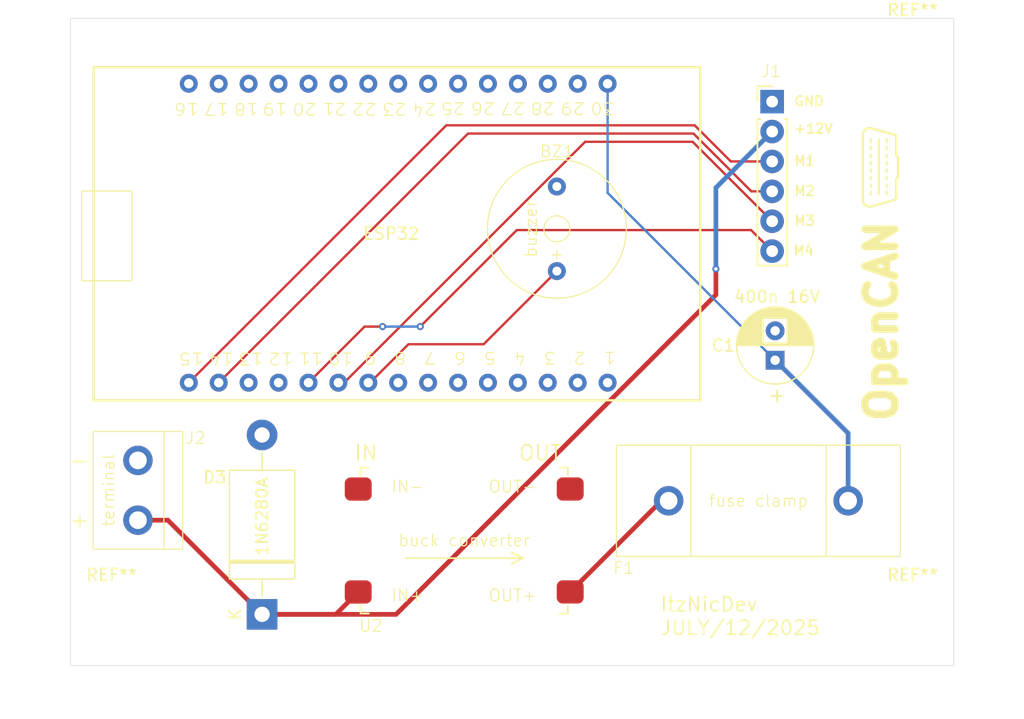
<source format=kicad_pcb>
(kicad_pcb (version 20240108) (generator "pcbnew") (generator_version "8.0")
  (layers (0 "F.Cu" signal "Front") (1 "In1.Cu" signal) (2 "In2.Cu" signal) (31 "B.Cu" signal "Back") (34 "B.Paste" user) (35 "F.Paste" user) (36 "B.SilkS" user "B.Silkscreen") (37 "F.SilkS" user "F.Silkscreen") (38 "B.Mask" user) (39 "F.Mask" user) (44 "Edge.Cuts" user))
  (net 0 "")
  (net 1 "Net-(BZ1-+)")
  (net 2 "GND")
  (net 3 "+5V")
  (net 4 "+12V")
  (net 5 "Net-(U2-OUT+)")
  (net 6 "Net-(J1-Pin_3)")
  (net 7 "Net-(J1-Pin_4)")
  (net 8 "Net-(J1-Pin_5)")
  (net 9 "Net-(J1-Pin_6)")
  (footprint "custom:buzzer" (layer "F.Cu") (at 161.3 87.892102 90)
    (property "Reference" "BZ1")
    (property "Value" "Buzzer")
  )
  (footprint "MountingHole:MountingHole_3.2mm_M3" (layer "F.Cu") (at 191.5 73.5)
    (property "Reference" "REF**")
    (property "Value" "MountingHole_3.2mm_M3")
  )
  (footprint "custom:cn3903_buck_converter" (layer "F.Cu") (at 153.433 114.379)
    (property "Reference" "U2")
    (property "Value" "CN3903 Buck Converter")
  )
  (footprint "Diode_THT:D_DO-201AE_P15.24mm_Horizontal" (layer "F.Cu") (at 136.271 120.65 90)
    (property "Reference" "D3")
    (property "Value" "1N62xxA")
  )
  (footprint "MountingHole:MountingHole_3.2mm_M3" (layer "F.Cu") (at 123.5 121.5)
    (property "Reference" "REF**")
    (property "Value" "MountingHole_3.2mm_M3")
  )
  (footprint "custom:fuse_clamp" (layer "F.Cu") (at 178.4096 111 180)
    (property "Reference" "F1")
    (property "Value" "200mA")
  )
  (footprint "MountingHole:MountingHole_3.2mm_M3" (layer "F.Cu") (at 191.5 121.5)
    (property "Reference" "REF**")
    (property "Value" "MountingHole_3.2mm_M3")
  )
  (footprint "Capacitor_THT:CP_Radial_D6.3mm_P2.50mm" (layer "F.Cu") (at 179.832 99.06 90)
    (property "Reference" "C1")
    (property "Value" "470n 16V")
  )
  (footprint "ESP32_30pin:esp32_30pin" (layer "F.Cu") (at 148.067813 88.49254 180)
    (property "Reference" "ESP32")
    (property "Value" "ESP32-DEVKIT-V1")
  )
  (footprint "custom:pin_connector_6pin" (layer "F.Cu") (at 179.578 77.089)
    (property "Reference" "J1")
    (property "Value" "6Pin")
  )
  (footprint "custom:screw_terminal_2pin" (layer "F.Cu") (at 125.73 110.109 90)
    (property "Reference" "J2")
    (property "Value" "Screw_Terminal_01x02")
  )
  (gr_poly (pts (xy 187.853205 80.927953) (xy 187.853512 80.923922) (xy 187.854017 80.91995) (xy 187.854715 80.916041) (xy 187.855601 80.912201) (xy 187.856671 80.908434) (xy 187.857918 80.904746) (xy 187.85934 80.901141) (xy 187.860929 80.897625) (xy 187.862682 80.894203) (xy 187.864593 80.890879) (xy 187.866658 80.887659) (xy 187.868871 80.884546) (xy 187.871227 80.881548) (xy 187.873722 80.878668) (xy 187.87635 80.875911) (xy 187.879107 80.873283) (xy 187.881987 80.870788) (xy 187.884986 80.868432) (xy 187.888098 80.866219) (xy 187.891318 80.864154) (xy 187.894642 80.862243) (xy 187.898065 80.86049) (xy 187.901581 80.8589) (xy 187.905185 80.857479) (xy 187.908873 80.856231) (xy 187.91264 80.855162) (xy 187.91648 80.854275) (xy 187.920389 80.853577) (xy 187.924361 80.853072) (xy 187.928392 80.852766) (xy 187.932477 80.852663) (xy 187.972164 80.852663) (xy 187.976249 80.852766) (xy 187.98028 80.853072) (xy 187.984252 80.853577) (xy 187.988161 80.854275) (xy 187.992002 80.855162) (xy 187.995768 80.856231) (xy 187.999456 80.857479) (xy 188.003061 80.8589) (xy 188.006577 80.86049) (xy 188.009999 80.862243) (xy 188.013323 80.864154) (xy 188.016544 80.866219) (xy 188.019656 80.868432) (xy 188.022654 80.870788) (xy 188.025534 80.873283) (xy 188.028291 80.875911) (xy 188.030919 80.878668) (xy 188.033414 80.881548) (xy 188.03577 80.884546) (xy 188.037983 80.887659) (xy 188.040048 80.890879) (xy 188.041959 80.894203) (xy 188.043712 80.897625) (xy 188.045302 80.901141) (xy 188.046723 80.904746) (xy 188.047971 80.908434) (xy 188.049041 80.912201) (xy 188.049927 80.916041) (xy 188.050625 80.91995) (xy 188.05113 80.923922) (xy 188.051436 80.927953) (xy 188.051539 80.932038) (xy 188.051539 81.170163) (xy 188.051436 81.174247) (xy 188.05113 81.178278) (xy 188.050625 81.182251) (xy 188.049927 81.18616) (xy 188.049041 81.19) (xy 188.047971 81.193766) (xy 188.046723 81.197455) (xy 188.045302 81.201059) (xy 188.043712 81.204575) (xy 188.041959 81.207998) (xy 188.040048 81.211322) (xy 188.037983 81.214542) (xy 188.03577 81.217654) (xy 188.033414 81.220653) (xy 188.030919 81.223533) (xy 188.028291 81.226289) (xy 188.025534 81.228918) (xy 188.022654 81.231412) (xy 188.019656 81.233769) (xy 188.016544 81.235982) (xy 188.013323 81.238046) (xy 188.009999 81.239958) (xy 188.006577 81.241711) (xy 188.003061 81.2433) (xy 187.999456 81.244721) (xy 187.995768 81.245969) (xy 187.992002 81.247039) (xy 187.988161 81.247925) (xy 187.984252 81.248623) (xy 187.98028 81.249128) (xy 187.976249 81.249435) (xy 187.972164 81.249538) (xy 187.932477 81.249538) (xy 187.928392 81.249435) (xy 187.924361 81.249128) (xy 187.920389 81.248623) (xy 187.91648 81.247925) (xy 187.91264 81.247039) (xy 187.908873 81.245969) (xy 187.905185 81.244721) (xy 187.901581 81.2433) (xy 187.898065 81.241711) (xy 187.894642 81.239958) (xy 187.891318 81.238046) (xy 187.888098 81.235982) (xy 187.884986 81.233769) (xy 187.881987 81.231412) (xy 187.879107 81.228918) (xy 187.87635 81.226289) (xy 187.873722 81.223533) (xy 187.871227 81.220653) (xy 187.868871 81.217654) (xy 187.866658 81.214542) (xy 187.864593 81.211322) (xy 187.862682 81.207998) (xy 187.860929 81.204575) (xy 187.85934 81.201059) (xy 187.857918 81.197455) (xy 187.856671 81.193766) (xy 187.855601 81.19) (xy 187.854715 81.18616) (xy 187.854017 81.182251) (xy 187.853512 81.178278) (xy 187.853205 81.174247) (xy 187.853102 81.170163) (xy 187.853102 80.932038)) (stroke (width -0.000001)) (fill solid) (layer "F.SilkS"))
  (gr_poly (pts (xy 187.278682 79.876613) (xy 187.281783 79.841976) (xy 187.286872 79.808049) (xy 187.293883 79.774882) (xy 187.302751 79.742524) (xy 187.313412 79.711026) (xy 187.325798 79.680437) (xy 187.339846 79.650808) (xy 187.355489 79.622187) (xy 187.372662 79.594625) (xy 187.391301 79.568171) (xy 187.41134 79.542876) (xy 187.432713 79.518789) (xy 187.455355 79.495959) (xy 187.479201 79.474438) (xy 187.504185 79.454274) (xy 187.530242 79.435517) (xy 187.557308 79.418218) (xy 187.585315 79.402425) (xy 187.6142 79.38819) (xy 187.643897 79.375561) (xy 187.67434 79.364588) (xy 187.705464 79.355321) (xy 187.737205 79.347811) (xy 187.769495 79.342106) (xy 187.802271 79.338257) (xy 187.835467 79.336314) (xy 187.869018 79.336325) (xy 187.902857 79.338342) (xy 187.936921 79.342413) (xy 187.971143 79.34859) (xy 188.005458 79.35692) (xy 190.013166 79.9081) (xy 190.018765 79.909767) (xy 190.024252 79.911651) (xy 190.029622 79.913749) (xy 190.03487 79.916053) (xy 190.039993 79.91856) (xy 190.044987 79.921262) (xy 190.049846 79.924155) (xy 190.054567 79.927232) (xy 190.059146 79.930489) (xy 190.063577 79.93392) (xy 190.067858 79.937518) (xy 190.071983 79.94128) (xy 190.075949 79.945198) (xy 190.07975 79.949268) (xy 190.083384 79.953483) (xy 190.086845 79.957839) (xy 190.090129 79.962329) (xy 190.093233 79.966948) (xy 190.096151 79.971691) (xy 190.09888 79.976552) (xy 190.101414 79.981525) (xy 190.103751 79.986605) (xy 190.105886 79.991786) (xy 190.107814 79.997062) (xy 190.109531 80.002429) (xy 190.111033 80.00788) (xy 190.112316 80.013409) (xy 190.113375 80.019012) (xy 190.114206 80.024683) (xy 190.114805 80.030416) (xy 190.115167 80.036205) (xy 190.115289 80.042046) (xy 190.115289 81.567633) (xy 190.115704 81.584359) (xy 190.116939 81.600971) (xy 190.118985 81.617442) (xy 190.121829 81.633745) (xy 190.12546 81.649851) (xy 190.129867 81.665734) (xy 190.135038 81.681365) (xy 190.140962 81.696717) (xy 190.147627 81.711761) (xy 190.155022 81.726471) (xy 190.163136 81.740819) (xy 190.171957 81.754777) (xy 190.181473 81.768317) (xy 190.191674 81.781412) (xy 190.202548 81.794034) (xy 190.214083 81.806155) (xy 190.233344 81.825443) (xy 190.238094 81.830431) (xy 190.242572 81.835626) (xy 190.246773 81.841016) (xy 190.250693 81.846589) (xy 190.254326 81.852334) (xy 190.257668 81.85824) (xy 190.260715 81.864295) (xy 190.263461 81.870488) (xy 190.265901 81.876808) (xy 190.268032 81.883243) (xy 190.269848 81.889781) (xy 190.271344 81.896412) (xy 190.272516 81.903123) (xy 190.273359 81.909905) (xy 190.273869 81.916744) (xy 190.274039 81.92363) (xy 190.274039 83.43293) (xy 190.273869 83.439818) (xy 190.273359 83.446659) (xy 190.272516 83.453442) (xy 190.271344 83.460155) (xy 190.269848 83.466787) (xy 190.268032 83.473327) (xy 190.265901 83.479763) (xy 190.263461 83.486084) (xy 190.260715 83.492278) (xy 190.257668 83.498335) (xy 190.254326 83.504242) (xy 190.250693 83.509989) (xy 190.246773 83.515564) (xy 190.242572 83.520956) (xy 190.238094 83.526153) (xy 190.233344 83.531144) (xy 190.214083 83.550405) (xy 190.202548 83.562527) (xy 190.191674 83.575149) (xy 190.181473 83.588245) (xy 190.171957 83.601787) (xy 190.163136 83.615746) (xy 190.155022 83.630096) (xy 190.147627 83.644808) (xy 190.140962 83.659854) (xy 190.135038 83.675208) (xy 190.129867 83.690841) (xy 190.12546 83.706726) (xy 190.121829 83.722835) (xy 190.118985 83.73914) (xy 190.116939 83.755615) (xy 190.115704 83.77223) (xy 190.115289 83.788958) (xy 190.115289 85.295841) (xy 190.115168 85.301652) (xy 190.114809 85.307413) (xy 190.114216 85.313119) (xy 190.113392 85.318764) (xy 190.111072 85.329847) (xy 190.107883 85.34062) (xy 190.103857 85.351038) (xy 190.099029 85.361057) (xy 190.093431 85.370632) (xy 190.087098 85.379719) (xy 190.080064 85.388275) (xy 190.07236 85.396254) (xy 190.064022 85.403613) (xy 190.055082 85.410307) (xy 190.045574 85.416292) (xy 190.035532 85.421524) (xy 190.030321 85.423844) (xy 190.02499 85.425959) (xy 190.019541 85.427864) (xy 190.013979 85.429552) (xy 188.008792 85.993085) (xy 187.974399 86.001654) (xy 187.940089 86.008052) (xy 187.905929 86.01233) (xy 187.871985 86.014537) (xy 187.838323 86.014724) (xy 187.805009 86.01294) (xy 187.772109 86.009236) (xy 187.739689 86.003662) (xy 187.707816 85.996268) (xy 187.676556 85.987104) (xy 187.645974 85.97622) (xy 187.616137 85.963666) (xy 187.587111 85.949493) (xy 187.558962 85.93375) (xy 187.531757 85.916487) (xy 187.50556 85.897756) (xy 187.480439 85.877604) (xy 187.456459 85.856084) (xy 187.433688 85.833245) (xy 187.412189 85.809136) (xy 187.392031 85.783809) (xy 187.373279 85.757313) (xy 187.355999 85.729698) (xy 187.340257 85.701015) (xy 187.32612 85.671313) (xy 187.313653 85.640642) (xy 187.302922 85.609054) (xy 187.293994 85.576597) (xy 187.286936 85.543322) (xy 187.281812 85.509279) (xy 187.278689 85.474518) (xy 187.277633 85.439089) (xy 187.277633 79.911911)) (stroke (width 0.198437)) (fill none) (layer "F.SilkS"))
  (gr_poly (pts (xy 187.853205 82.197953) (xy 187.853512 82.193922) (xy 187.854017 82.18995) (xy 187.854715 82.186041) (xy 187.855601 82.182201) (xy 187.856671 82.178434) (xy 187.857918 82.174746) (xy 187.85934 82.171141) (xy 187.860929 82.167625) (xy 187.862682 82.164203) (xy 187.864593 82.160879) (xy 187.866658 82.157658) (xy 187.868871 82.154546) (xy 187.871227 82.151548) (xy 187.873722 82.148668) (xy 187.87635 82.145911) (xy 187.879107 82.143283) (xy 187.881987 82.140788) (xy 187.884986 82.138432) (xy 187.888098 82.136219) (xy 187.891318 82.134154) (xy 187.894642 82.132243) (xy 187.898065 82.13049) (xy 187.901581 82.1289) (xy 187.905185 82.127479) (xy 187.908873 82.126231) (xy 187.91264 82.125162) (xy 187.91648 82.124275) (xy 187.920389 82.123577) (xy 187.924361 82.123072) (xy 187.928392 82.122766) (xy 187.932477 82.122663) (xy 187.972164 82.122663) (xy 187.976249 82.122766) (xy 187.98028 82.123072) (xy 187.984252 82.123577) (xy 187.988161 82.124275) (xy 187.992002 82.125162) (xy 187.995768 82.126231) (xy 187.999456 82.127479) (xy 188.003061 82.1289) (xy 188.006577 82.13049) (xy 188.009999 82.132243) (xy 188.013323 82.134154) (xy 188.016544 82.136219) (xy 188.019656 82.138432) (xy 188.022654 82.140788) (xy 188.025534 82.143283) (xy 188.028291 82.145911) (xy 188.030919 82.148668) (xy 188.033414 82.151548) (xy 188.03577 82.154546) (xy 188.037983 82.157658) (xy 188.040048 82.160879) (xy 188.041959 82.164203) (xy 188.043712 82.167625) (xy 188.045302 82.171141) (xy 188.046723 82.174746) (xy 188.047971 82.178434) (xy 188.049041 82.182201) (xy 188.049927 82.186041) (xy 188.050625 82.18995) (xy 188.05113 82.193922) (xy 188.051436 82.197953) (xy 188.051539 82.202038) (xy 188.051539 82.440163) (xy 188.051436 82.444247) (xy 188.05113 82.448278) (xy 188.050625 82.452251) (xy 188.049927 82.456159) (xy 188.049041 82.46) (xy 188.047971 82.463766) (xy 188.046723 82.467454) (xy 188.045302 82.471059) (xy 188.043712 82.474575) (xy 188.041959 82.477997) (xy 188.040048 82.481321) (xy 188.037983 82.484542) (xy 188.03577 82.487654) (xy 188.033414 82.490653) (xy 188.030919 82.493533) (xy 188.028291 82.496289) (xy 188.025534 82.498917) (xy 188.022654 82.501412) (xy 188.019656 82.503769) (xy 188.016544 82.505982) (xy 188.013323 82.508046) (xy 188.009999 82.509958) (xy 188.006577 82.51171) (xy 188.003061 82.5133) (xy 187.999456 82.514721) (xy 187.995768 82.515969) (xy 187.992002 82.517039) (xy 187.988161 82.517925) (xy 187.984252 82.518623) (xy 187.98028 82.519128) (xy 187.976249 82.519434) (xy 187.972164 82.519538) (xy 187.932477 82.519538) (xy 187.928392 82.519434) (xy 187.924361 82.519128) (xy 187.920389 82.518623) (xy 187.91648 82.517925) (xy 187.91264 82.517039) (xy 187.908873 82.515969) (xy 187.905185 82.514721) (xy 187.901581 82.5133) (xy 187.898065 82.51171) (xy 187.894642 82.509958) (xy 187.891318 82.508046) (xy 187.888098 82.505982) (xy 187.884986 82.503769) (xy 187.881987 82.501412) (xy 187.879107 82.498917) (xy 187.87635 82.496289) (xy 187.873722 82.493533) (xy 187.871227 82.490653) (xy 187.868871 82.487654) (xy 187.866658 82.484542) (xy 187.864593 82.481321) (xy 187.862682 82.477997) (xy 187.860929 82.474575) (xy 187.85934 82.471059) (xy 187.857918 82.467454) (xy 187.856671 82.463766) (xy 187.855601 82.46) (xy 187.854715 82.456159) (xy 187.854017 82.452251) (xy 187.853512 82.448278) (xy 187.853205 82.444247) (xy 187.853102 82.440163) (xy 187.853102 82.202038)) (stroke (width -0.000001)) (fill solid) (layer "F.SilkS"))
  (gr_poly (pts (xy 189.20258 84.737953) (xy 189.202887 84.733922) (xy 189.203391 84.72995) (xy 189.204089 84.726041) (xy 189.204976 84.722201) (xy 189.206045 84.718434) (xy 189.207293 84.714746) (xy 189.208715 84.711141) (xy 189.210304 84.707625) (xy 189.212057 84.704203) (xy 189.213968 84.700879) (xy 189.216033 84.697658) (xy 189.218246 84.694546) (xy 189.220602 84.691548) (xy 189.223097 84.688668) (xy 189.225725 84.685911) (xy 189.228482 84.683283) (xy 189.231362 84.680788) (xy 189.234361 84.678432) (xy 189.237473 84.676219) (xy 189.240693 84.674154) (xy 189.244017 84.672243) (xy 189.24744 84.67049) (xy 189.250956 84.6689) (xy 189.25456 84.667479) (xy 189.258248 84.666231) (xy 189.262015 84.665161) (xy 189.265855 84.664275) (xy 189.269764 84.663577) (xy 189.273736 84.663072) (xy 189.277767 84.662766) (xy 189.281852 84.662663) (xy 189.321539 84.662663) (xy 189.325624 84.662766) (xy 189.329655 84.663072) (xy 189.333627 84.663577) (xy 189.337536 84.664275) (xy 189.341376 84.665161) (xy 189.345143 84.666231) (xy 189.348831 84.667479) (xy 189.352436 84.6689) (xy 189.355952 84.67049) (xy 189.359374 84.672243) (xy 189.362698 84.674154) (xy 189.365919 84.676219) (xy 189.369031 84.678432) (xy 189.372029 84.680788) (xy 189.374909 84.683283) (xy 189.377666 84.685911) (xy 189.380294 84.688668) (xy 189.382789 84.691548) (xy 189.385145 84.694546) (xy 189.387358 84.697658) (xy 189.389423 84.700879) (xy 189.391334 84.704203) (xy 189.393087 84.707625) (xy 189.394677 84.711141) (xy 189.396098 84.714746) (xy 189.397346 84.718434) (xy 189.398415 84.722201) (xy 189.399302 84.726041) (xy 189.4 84.72995) (xy 189.400505 84.733922) (xy 189.400811 84.737953) (xy 189.400914 84.742038) (xy 189.400914 84.980163) (xy 189.400811 84.984247) (xy 189.400505 84.988278) (xy 189.4 84.992251) (xy 189.399302 84.996159) (xy 189.398415 85) (xy 189.397346 85.003766) (xy 189.396098 85.007454) (xy 189.394677 85.011059) (xy 189.393087 85.014575) (xy 189.391334 85.017997) (xy 189.389423 85.021321) (xy 189.387358 85.024542) (xy 189.385145 85.027654) (xy 189.382789 85.030652) (xy 189.380294 85.033533) (xy 189.377666 85.036289) (xy 189.374909 85.038917) (xy 189.372029 85.041412) (xy 189.369031 85.043769) (xy 189.365919 85.045982) (xy 189.362698 85.048046) (xy 189.359374 85.049957) (xy 189.355952 85.05171) (xy 189.352436 85.0533) (xy 189.348831 85.054721) (xy 189.345143 85.055969) (xy 189.341376 85.057039) (xy 189.337536 85.057925) (xy 189.333627 85.058623) (xy 189.329655 85.059128) (xy 189.325624 85.059434) (xy 189.321539 85.059538) (xy 189.281852 85.059538) (xy 189.277767 85.059434) (xy 189.273736 85.059128) (xy 189.269764 85.058623) (xy 189.265855 85.057925) (xy 189.262015 85.057039) (xy 189.258248 85.055969) (xy 189.25456 85.054721) (xy 189.250956 85.0533) (xy 189.24744 85.05171) (xy 189.244017 85.049957) (xy 189.240693 85.048046) (xy 189.237473 85.045982) (xy 189.234361 85.043769) (xy 189.231362 85.041412) (xy 189.228482 85.038917) (xy 189.225725 85.036289) (xy 189.223097 85.033533) (xy 189.220602 85.030652) (xy 189.218246 85.027654) (xy 189.216033 85.024542) (xy 189.213968 85.021321) (xy 189.212057 85.017997) (xy 189.210304 85.014575) (xy 189.208715 85.011059) (xy 189.207293 85.007454) (xy 189.206045 85.003766) (xy 189.204976 85) (xy 189.204089 84.996159) (xy 189.203391 84.992251) (xy 189.202887 84.988278) (xy 189.20258 84.984247) (xy 189.202477 84.980163) (xy 189.202477 84.742038)) (stroke (width -0.000001)) (fill solid) (layer "F.SilkS"))
  (gr_poly (pts (xy 189.20258 82.832953) (xy 189.202887 82.828922) (xy 189.203391 82.82495) (xy 189.204089 82.821041) (xy 189.204976 82.817201) (xy 189.206045 82.813434) (xy 189.207293 82.809746) (xy 189.208715 82.806141) (xy 189.210304 82.802625) (xy 189.212057 82.799203) (xy 189.213968 82.795879) (xy 189.216033 82.792658) (xy 189.218246 82.789546) (xy 189.220602 82.786548) (xy 189.223097 82.783668) (xy 189.225725 82.780911) (xy 189.228482 82.778283) (xy 189.231362 82.775788) (xy 189.234361 82.773432) (xy 189.237473 82.771219) (xy 189.240693 82.769154) (xy 189.244017 82.767243) (xy 189.24744 82.76549) (xy 189.250956 82.7639) (xy 189.25456 82.762479) (xy 189.258248 82.761231) (xy 189.262015 82.760162) (xy 189.265855 82.759275) (xy 189.269764 82.758577) (xy 189.273736 82.758072) (xy 189.277767 82.757766) (xy 189.281852 82.757663) (xy 189.321539 82.757663) (xy 189.325624 82.757766) (xy 189.329655 82.758072) (xy 189.333627 82.758577) (xy 189.337536 82.759275) (xy 189.341376 82.760162) (xy 189.345143 82.761231) (xy 189.348831 82.762479) (xy 189.352436 82.7639) (xy 189.355952 82.76549) (xy 189.359374 82.767243) (xy 189.362698 82.769154) (xy 189.365919 82.771219) (xy 189.369031 82.773432) (xy 189.372029 82.775788) (xy 189.374909 82.778283) (xy 189.377666 82.780911) (xy 189.380294 82.783668) (xy 189.382789 82.786548) (xy 189.385145 82.789546) (xy 189.387358 82.792658) (xy 189.389423 82.795879) (xy 189.391334 82.799203) (xy 189.393087 82.802625) (xy 189.394677 82.806141) (xy 189.396098 82.809746) (xy 189.397346 82.813434) (xy 189.398415 82.817201) (xy 189.399302 82.821041) (xy 189.4 82.82495) (xy 189.400505 82.828922) (xy 189.400811 82.832953) (xy 189.400914 82.837038) (xy 189.400914 83.075163) (xy 189.400811 83.079247) (xy 189.400505 83.083278) (xy 189.4 83.087251) (xy 189.399302 83.09116) (xy 189.398415 83.095) (xy 189.397346 83.098766) (xy 189.396098 83.102454) (xy 189.394677 83.106059) (xy 189.393087 83.109575) (xy 189.391334 83.112997) (xy 189.389423 83.116321) (xy 189.387358 83.119542) (xy 189.385145 83.122654) (xy 189.382789 83.125653) (xy 189.380294 83.128533) (xy 189.377666 83.131289) (xy 189.374909 83.133918) (xy 189.372029 83.136412) (xy 189.369031 83.138769) (xy 189.365919 83.140982) (xy 189.362698 83.143046) (xy 189.359374 83.144958) (xy 189.355952 83.146711) (xy 189.352436 83.1483) (xy 189.348831 83.149721) (xy 189.345143 83.150969) (xy 189.341376 83.152039) (xy 189.337536 83.152925) (xy 189.333627 83.153623) (xy 189.329655 83.154128) (xy 189.325624 83.154435) (xy 189.321539 83.154538) (xy 189.281852 83.154538) (xy 189.277767 83.154435) (xy 189.273736 83.154128) (xy 189.269764 83.153623) (xy 189.265855 83.152925) (xy 189.262015 83.152039) (xy 189.258248 83.150969) (xy 189.25456 83.149721) (xy 189.250956 83.1483) (xy 189.24744 83.146711) (xy 189.244017 83.144958) (xy 189.240693 83.143046) (xy 189.237473 83.140982) (xy 189.234361 83.138769) (xy 189.231362 83.136412) (xy 189.228482 83.133918) (xy 189.225725 83.131289) (xy 189.223097 83.128533) (xy 189.220602 83.125653) (xy 189.218246 83.122654) (xy 189.216033 83.119542) (xy 189.213968 83.116321) (xy 189.212057 83.112997) (xy 189.210304 83.109575) (xy 189.208715 83.106059) (xy 189.207293 83.102454) (xy 189.206045 83.098766) (xy 189.204976 83.095) (xy 189.204089 83.09116) (xy 189.203391 83.087251) (xy 189.202887 83.083278) (xy 189.20258 83.079247) (xy 189.202477 83.075163) (xy 189.202477 82.837038)) (stroke (width -0.000001)) (fill solid) (layer "F.SilkS"))
  (gr_line (start 179.598 75.779) (end 178.328 75.779) (stroke (width 0.1524)) (layer "F.SilkS"))
  (gr_line (start 178.328 75.779) (end 178.328 77.049) (stroke (width 0.1524)) (layer "F.SilkS"))
  (gr_poly (pts (xy 189.20258 84.102953) (xy 189.202887 84.098922) (xy 189.203391 84.09495) (xy 189.204089 84.091041) (xy 189.204976 84.087201) (xy 189.206045 84.083434) (xy 189.207293 84.079746) (xy 189.208715 84.076141) (xy 189.210304 84.072625) (xy 189.212057 84.069203) (xy 189.213968 84.065879) (xy 189.216033 84.062658) (xy 189.218246 84.059546) (xy 189.220602 84.056548) (xy 189.223097 84.053668) (xy 189.225725 84.050911) (xy 189.228482 84.048283) (xy 189.231362 84.045788) (xy 189.234361 84.043432) (xy 189.237473 84.041219) (xy 189.240693 84.039154) (xy 189.244017 84.037243) (xy 189.24744 84.03549) (xy 189.250956 84.0339) (xy 189.25456 84.032479) (xy 189.258248 84.031231) (xy 189.262015 84.030162) (xy 189.265855 84.029275) (xy 189.269764 84.028577) (xy 189.273736 84.028072) (xy 189.277767 84.027766) (xy 189.281852 84.027663) (xy 189.321539 84.027663) (xy 189.325624 84.027766) (xy 189.329655 84.028072) (xy 189.333627 84.028577) (xy 189.337536 84.029275) (xy 189.341376 84.030162) (xy 189.345143 84.031231) (xy 189.348831 84.032479) (xy 189.352436 84.0339) (xy 189.355952 84.03549) (xy 189.359374 84.037243) (xy 189.362698 84.039154) (xy 189.365919 84.041219) (xy 189.369031 84.043432) (xy 189.372029 84.045788) (xy 189.374909 84.048283) (xy 189.377666 84.050911) (xy 189.380294 84.053668) (xy 189.382789 84.056548) (xy 189.385145 84.059546) (xy 189.387358 84.062658) (xy 189.389423 84.065879) (xy 189.391334 84.069203) (xy 189.393087 84.072625) (xy 189.394677 84.076141) (xy 189.396098 84.079746) (xy 189.397346 84.083434) (xy 189.398415 84.087201) (xy 189.399302 84.091041) (xy 189.4 84.09495) (xy 189.400505 84.098922) (xy 189.400811 84.102953) (xy 189.400914 84.107038) (xy 189.400914 84.345163) (xy 189.400811 84.349247) (xy 189.400505 84.353278) (xy 189.4 84.357251) (xy 189.399302 84.361159) (xy 189.398415 84.365) (xy 189.397346 84.368766) (xy 189.396098 84.372454) (xy 189.394677 84.376059) (xy 189.393087 84.379575) (xy 189.391334 84.382997) (xy 189.389423 84.386321) (xy 189.387358 84.389542) (xy 189.385145 84.392654) (xy 189.382789 84.395652) (xy 189.380294 84.398533) (xy 189.377666 84.401289) (xy 189.374909 84.403917) (xy 189.372029 84.406412) (xy 189.369031 84.408769) (xy 189.365919 84.410982) (xy 189.362698 84.413046) (xy 189.359374 84.414957) (xy 189.355952 84.41671) (xy 189.352436 84.4183) (xy 189.348831 84.419721) (xy 189.345143 84.420969) (xy 189.341376 84.422039) (xy 189.337536 84.422925) (xy 189.333627 84.423623) (xy 189.329655 84.424128) (xy 189.325624 84.424434) (xy 189.321539 84.424538) (xy 189.281852 84.424538) (xy 189.277767 84.424434) (xy 189.273736 84.424128) (xy 189.269764 84.423623) (xy 189.265855 84.422925) (xy 189.262015 84.422039) (xy 189.258248 84.420969) (xy 189.25456 84.419721) (xy 189.250956 84.4183) (xy 189.24744 84.41671) (xy 189.244017 84.414957) (xy 189.240693 84.413046) (xy 189.237473 84.410982) (xy 189.234361 84.408769) (xy 189.231362 84.406412) (xy 189.228482 84.403917) (xy 189.225725 84.401289) (xy 189.223097 84.398533) (xy 189.220602 84.395652) (xy 189.218246 84.392654) (xy 189.216033 84.389542) (xy 189.213968 84.386321) (xy 189.212057 84.382997) (xy 189.210304 84.379575) (xy 189.208715 84.376059) (xy 189.207293 84.372454) (xy 189.206045 84.368766) (xy 189.204976 84.365) (xy 189.204089 84.361159) (xy 189.203391 84.357251) (xy 189.202887 84.353278) (xy 189.20258 84.349247) (xy 189.202477 84.345163) (xy 189.202477 84.107038)) (stroke (width -0.000001)) (fill solid) (layer "F.SilkS"))
  (gr_poly (pts (xy 187.853205 81.562953) (xy 187.853512 81.558922) (xy 187.854017 81.55495) (xy 187.854715 81.551041) (xy 187.855601 81.547201) (xy 187.856671 81.543434) (xy 187.857918 81.539746) (xy 187.85934 81.536141) (xy 187.860929 81.532625) (xy 187.862682 81.529203) (xy 187.864593 81.525879) (xy 187.866658 81.522658) (xy 187.868871 81.519546) (xy 187.871227 81.516548) (xy 187.873722 81.513668) (xy 187.87635 81.510911) (xy 187.879107 81.508283) (xy 187.881987 81.505788) (xy 187.884986 81.503432) (xy 187.888098 81.501219) (xy 187.891318 81.499154) (xy 187.894642 81.497243) (xy 187.898065 81.49549) (xy 187.901581 81.4939) (xy 187.905185 81.492479) (xy 187.908873 81.491231) (xy 187.91264 81.490162) (xy 187.91648 81.489275) (xy 187.920389 81.488577) (xy 187.924361 81.488072) (xy 187.928392 81.487766) (xy 187.932477 81.487663) (xy 187.972164 81.487663) (xy 187.976249 81.487766) (xy 187.98028 81.488072) (xy 187.984252 81.488577) (xy 187.988161 81.489275) (xy 187.992002 81.490162) (xy 187.995768 81.491231) (xy 187.999456 81.492479) (xy 188.003061 81.4939) (xy 188.006577 81.49549) (xy 188.009999 81.497243) (xy 188.013323 81.499154) (xy 188.016544 81.501219) (xy 188.019656 81.503432) (xy 188.022654 81.505788) (xy 188.025534 81.508283) (xy 188.028291 81.510911) (xy 188.030919 81.513668) (xy 188.033414 81.516548) (xy 188.03577 81.519546) (xy 188.037983 81.522658) (xy 188.040048 81.525879) (xy 188.041959 81.529203) (xy 188.043712 81.532625) (xy 188.045302 81.536141) (xy 188.046723 81.539746) (xy 188.047971 81.543434) (xy 188.049041 81.547201) (xy 188.049927 81.551041) (xy 188.050625 81.55495) (xy 188.05113 81.558922) (xy 188.051436 81.562953) (xy 188.051539 81.567038) (xy 188.051539 81.805163) (xy 188.051436 81.809247) (xy 188.05113 81.813278) (xy 188.050625 81.817251) (xy 188.049927 81.82116) (xy 188.049041 81.825) (xy 188.047971 81.828766) (xy 188.046723 81.832454) (xy 188.045302 81.836059) (xy 188.043712 81.839575) (xy 188.041959 81.842998) (xy 188.040048 81.846322) (xy 188.037983 81.849542) (xy 188.03577 81.852654) (xy 188.033414 81.855653) (xy 188.030919 81.858533) (xy 188.028291 81.861289) (xy 188.025534 81.863918) (xy 188.022654 81.866412) (xy 188.019656 81.868769) (xy 188.016544 81.870982) (xy 188.013323 81.873046) (xy 188.009999 81.874958) (xy 188.006577 81.87671) (xy 188.003061 81.8783) (xy 187.999456 81.879721) (xy 187.995768 81.880969) (xy 187.992002 81.882039) (xy 187.988161 81.882925) (xy 187.984252 81.883623) (xy 187.98028 81.884128) (xy 187.976249 81.884434) (xy 187.972164 81.884538) (xy 187.932477 81.884538) (xy 187.928392 81.884434) (xy 187.924361 81.884128) (xy 187.920389 81.883623) (xy 187.91648 81.882925) (xy 187.91264 81.882039) (xy 187.908873 81.880969) (xy 187.905185 81.879721) (xy 187.901581 81.8783) (xy 187.898065 81.87671) (xy 187.894642 81.874958) (xy 187.891318 81.873046) (xy 187.888098 81.870982) (xy 187.884986 81.868769) (xy 187.881987 81.866412) (xy 187.879107 81.863918) (xy 187.87635 81.861289) (xy 187.873722 81.858533) (xy 187.871227 81.855653) (xy 187.868871 81.852654) (xy 187.866658 81.849542) (xy 187.864593 81.846322) (xy 187.862682 81.842998) (xy 187.860929 81.839575) (xy 187.85934 81.836059) (xy 187.857918 81.832454) (xy 187.856671 81.828766) (xy 187.855601 81.825) (xy 187.854715 81.82116) (xy 187.854017 81.817251) (xy 187.853512 81.813278) (xy 187.853205 81.809247) (xy 187.853102 81.805163) (xy 187.853102 81.567038)) (stroke (width -0.000001)) (fill solid) (layer "F.SilkS"))
  (gr_poly (pts (xy 189.20258 82.197953) (xy 189.202887 82.193922) (xy 189.203391 82.18995) (xy 189.204089 82.186041) (xy 189.204976 82.182201) (xy 189.206045 82.178434) (xy 189.207293 82.174746) (xy 189.208715 82.171141) (xy 189.210304 82.167625) (xy 189.212057 82.164203) (xy 189.213968 82.160879) (xy 189.216033 82.157658) (xy 189.218246 82.154546) (xy 189.220602 82.151548) (xy 189.223097 82.148668) (xy 189.225725 82.145911) (xy 189.228482 82.143283) (xy 189.231362 82.140788) (xy 189.234361 82.138432) (xy 189.237473 82.136219) (xy 189.240693 82.134154) (xy 189.244017 82.132243) (xy 189.24744 82.13049) (xy 189.250956 82.1289) (xy 189.25456 82.127479) (xy 189.258248 82.126231) (xy 189.262015 82.125162) (xy 189.265855 82.124275) (xy 189.269764 82.123577) (xy 189.273736 82.123072) (xy 189.277767 82.122766) (xy 189.281852 82.122663) (xy 189.321539 82.122663) (xy 189.325624 82.122766) (xy 189.329655 82.123072) (xy 189.333627 82.123577) (xy 189.337536 82.124275) (xy 189.341376 82.125162) (xy 189.345143 82.126231) (xy 189.348831 82.127479) (xy 189.352436 82.1289) (xy 189.355952 82.13049) (xy 189.359374 82.132243) (xy 189.362698 82.134154) (xy 189.365919 82.136219) (xy 189.369031 82.138432) (xy 189.372029 82.140788) (xy 189.374909 82.143283) (xy 189.377666 82.145911) (xy 189.380294 82.148668) (xy 189.382789 82.151548) (xy 189.385145 82.154546) (xy 189.387358 82.157658) (xy 189.389423 82.160879) (xy 189.391334 82.164203) (xy 189.393087 82.167625) (xy 189.394677 82.171141) (xy 189.396098 82.174746) (xy 189.397346 82.178434) (xy 189.398415 82.182201) (xy 189.399302 82.186041) (xy 189.4 82.18995) (xy 189.400505 82.193922) (xy 189.400811 82.197953) (xy 189.400914 82.202038) (xy 189.400914 82.440163) (xy 189.400811 82.444247) (xy 189.400505 82.448278) (xy 189.4 82.452251) (xy 189.399302 82.456159) (xy 189.398415 82.46) (xy 189.397346 82.463766) (xy 189.396098 82.467454) (xy 189.394677 82.471059) (xy 189.393087 82.474575) (xy 189.391334 82.477997) (xy 189.389423 82.481321) (xy 189.387358 82.484542) (xy 189.385145 82.487654) (xy 189.382789 82.490653) (xy 189.380294 82.493533) (xy 189.377666 82.496289) (xy 189.374909 82.498917) (xy 189.372029 82.501412) (xy 189.369031 82.503769) (xy 189.365919 82.505982) (xy 189.362698 82.508046) (xy 189.359374 82.509958) (xy 189.355952 82.51171) (xy 189.352436 82.5133) (xy 189.348831 82.514721) (xy 189.345143 82.515969) (xy 189.341376 82.517039) (xy 189.337536 82.517925) (xy 189.333627 82.518623) (xy 189.329655 82.519128) (xy 189.325624 82.519434) (xy 189.321539 82.519538) (xy 189.281852 82.519538) (xy 189.277767 82.519434) (xy 189.273736 82.519128) (xy 189.269764 82.518623) (xy 189.265855 82.517925) (xy 189.262015 82.517039) (xy 189.258248 82.515969) (xy 189.25456 82.514721) (xy 189.250956 82.5133) (xy 189.24744 82.51171) (xy 189.244017 82.509958) (xy 189.240693 82.508046) (xy 189.237473 82.505982) (xy 189.234361 82.503769) (xy 189.231362 82.501412) (xy 189.228482 82.498917) (xy 189.225725 82.496289) (xy 189.223097 82.493533) (xy 189.220602 82.490653) (xy 189.218246 82.487654) (xy 189.216033 82.484542) (xy 189.213968 82.481321) (xy 189.212057 82.477997) (xy 189.210304 82.474575) (xy 189.208715 82.471059) (xy 189.207293 82.467454) (xy 189.206045 82.463766) (xy 189.204976 82.46) (xy 189.204089 82.456159) (xy 189.203391 82.452251) (xy 189.202887 82.448278) (xy 189.20258 82.444247) (xy 189.202477 82.440163) (xy 189.202477 82.202038)) (stroke (width -0.000001)) (fill solid) (layer "F.SilkS"))
  (gr_poly (pts (xy 187.853205 83.467953) (xy 187.853512 83.463922) (xy 187.854017 83.45995) (xy 187.854715 83.456041) (xy 187.855601 83.452201) (xy 187.856671 83.448434) (xy 187.857918 83.444746) (xy 187.85934 83.441141) (xy 187.860929 83.437625) (xy 187.862682 83.434203) (xy 187.864593 83.430879) (xy 187.866658 83.427658) (xy 187.868871 83.424546) (xy 187.871227 83.421548) (xy 187.873722 83.418668) (xy 187.87635 83.415911) (xy 187.879107 83.413283) (xy 187.881987 83.410788) (xy 187.884986 83.408432) (xy 187.888098 83.406219) (xy 187.891318 83.404154) (xy 187.894642 83.402243) (xy 187.898065 83.40049) (xy 187.901581 83.3989) (xy 187.905185 83.397479) (xy 187.908873 83.396231) (xy 187.91264 83.395162) (xy 187.91648 83.394275) (xy 187.920389 83.393577) (xy 187.924361 83.393073) (xy 187.928392 83.392766) (xy 187.932477 83.392663) (xy 187.972164 83.392663) (xy 187.976249 83.392766) (xy 187.98028 83.393073) (xy 187.984252 83.393577) (xy 187.988161 83.394275) (xy 187.992002 83.395162) (xy 187.995768 83.396231) (xy 187.999456 83.397479) (xy 188.003061 83.3989) (xy 188.006577 83.40049) (xy 188.009999 83.402243) (xy 188.013323 83.404154) (xy 188.016544 83.406219) (xy 188.019656 83.408432) (xy 188.022654 83.410788) (xy 188.025534 83.413283) (xy 188.028291 83.415911) (xy 188.030919 83.418668) (xy 188.033414 83.421548) (xy 188.03577 83.424546) (xy 188.037983 83.427658) (xy 188.040048 83.430879) (xy 188.041959 83.434203) (xy 188.043712 83.437625) (xy 188.045302 83.441141) (xy 188.046723 83.444746) (xy 188.047971 83.448434) (xy 188.049041 83.452201) (xy 188.049927 83.456041) (xy 188.050625 83.45995) (xy 188.05113 83.463922) (xy 188.051436 83.467953) (xy 188.051539 83.472038) (xy 188.051539 83.710163) (xy 188.051436 83.714247) (xy 188.05113 83.718278) (xy 188.050625 83.722251) (xy 188.049927 83.72616) (xy 188.049041 83.73) (xy 188.047971 83.733766) (xy 188.046723 83.737454) (xy 188.045302 83.741059) (xy 188.043712 83.744575) (xy 188.041959 83.747998) (xy 188.040048 83.751321) (xy 188.037983 83.754542) (xy 188.03577 83.757654) (xy 188.033414 83.760653) (xy 188.030919 83.763533) (xy 188.028291 83.766289) (xy 188.025534 83.768917) (xy 188.022654 83.771412) (xy 188.019656 83.773769) (xy 188.016544 83.775982) (xy 188.013323 83.778046) (xy 188.009999 83.779958) (xy 188.006577 83.78171) (xy 188.003061 83.7833) (xy 187.999456 83.784721) (xy 187.995768 83.785969) (xy 187.992002 83.787039) (xy 187.988161 83.787925) (xy 187.984252 83.788623) (xy 187.98028 83.789128) (xy 187.976249 83.789434) (xy 187.972164 83.789538) (xy 187.932477 83.789538) (xy 187.928392 83.789434) (xy 187.924361 83.789128) (xy 187.920389 83.788623) (xy 187.91648 83.787925) (xy 187.91264 83.787039) (xy 187.908873 83.785969) (xy 187.905185 83.784721) (xy 187.901581 83.7833) (xy 187.898065 83.78171) (xy 187.894642 83.779958) (xy 187.891318 83.778046) (xy 187.888098 83.775982) (xy 187.884986 83.773769) (xy 187.881987 83.771412) (xy 187.879107 83.768917) (xy 187.87635 83.766289) (xy 187.873722 83.763533) (xy 187.871227 83.760653) (xy 187.868871 83.757654) (xy 187.866658 83.754542) (xy 187.864593 83.751321) (xy 187.862682 83.747998) (xy 187.860929 83.744575) (xy 187.85934 83.741059) (xy 187.857918 83.737454) (xy 187.856671 83.733766) (xy 187.855601 83.73) (xy 187.854715 83.72616) (xy 187.854017 83.722251) (xy 187.853512 83.718278) (xy 187.853205 83.714247) (xy 187.853102 83.710163) (xy 187.853102 83.472038)) (stroke (width -0.000001)) (fill solid) (layer "F.SilkS"))
  (gr_poly (pts (xy 189.20258 80.292953) (xy 189.202887 80.288922) (xy 189.203391 80.28495) (xy 189.204089 80.281041) (xy 189.204976 80.277201) (xy 189.206045 80.273434) (xy 189.207293 80.269746) (xy 189.208715 80.266141) (xy 189.210304 80.262625) (xy 189.212057 80.259203) (xy 189.213968 80.255879) (xy 189.216033 80.252658) (xy 189.218246 80.249546) (xy 189.220602 80.246548) (xy 189.223097 80.243668) (xy 189.225725 80.240911) (xy 189.228482 80.238283) (xy 189.231362 80.235788) (xy 189.234361 80.233432) (xy 189.237473 80.231219) (xy 189.240693 80.229154) (xy 189.244017 80.227243) (xy 189.24744 80.22549) (xy 189.250956 80.2239) (xy 189.25456 80.222479) (xy 189.258248 80.221231) (xy 189.262015 80.220162) (xy 189.265855 80.219275) (xy 189.269764 80.218577) (xy 189.273736 80.218072) (xy 189.277767 80.217766) (xy 189.281852 80.217663) (xy 189.321539 80.217663) (xy 189.325624 80.217766) (xy 189.329655 80.218072) (xy 189.333627 80.218577) (xy 189.337536 80.219275) (xy 189.341376 80.220162) (xy 189.345143 80.221231) (xy 189.348831 80.222479) (xy 189.352436 80.2239) (xy 189.355952 80.22549) (xy 189.359374 80.227243) (xy 189.362698 80.229154) (xy 189.365919 80.231219) (xy 189.369031 80.233432) (xy 189.372029 80.235788) (xy 189.374909 80.238283) (xy 189.377666 80.240911) (xy 189.380294 80.243668) (xy 189.382789 80.246548) (xy 189.385145 80.249546) (xy 189.387358 80.252658) (xy 189.389423 80.255879) (xy 189.391334 80.259203) (xy 189.393087 80.262625) (xy 189.394677 80.266141) (xy 189.396098 80.269746) (xy 189.397346 80.273434) (xy 189.398415 80.277201) (xy 189.399302 80.281041) (xy 189.4 80.28495) (xy 189.400505 80.288922) (xy 189.400811 80.292953) (xy 189.400914 80.297038) (xy 189.400914 80.535163) (xy 189.400811 80.539247) (xy 189.400505 80.543278) (xy 189.4 80.547251) (xy 189.399302 80.55116) (xy 189.398415 80.555) (xy 189.397346 80.558767) (xy 189.396098 80.562455) (xy 189.394677 80.566059) (xy 189.393087 80.569575) (xy 189.391334 80.572998) (xy 189.389423 80.576322) (xy 189.387358 80.579542) (xy 189.385145 80.582654) (xy 189.382789 80.585653) (xy 189.380294 80.588533) (xy 189.377666 80.59129) (xy 189.374909 80.593918) (xy 189.372029 80.596413) (xy 189.369031 80.598769) (xy 189.365919 80.600982) (xy 189.362698 80.603047) (xy 189.359374 80.604958) (xy 189.355952 80.606711) (xy 189.352436 80.6083) (xy 189.348831 80.609721) (xy 189.345143 80.610969) (xy 189.341376 80.612039) (xy 189.337536 80.612925) (xy 189.333627 80.613623) (xy 189.329655 80.614128) (xy 189.325624 80.614435) (xy 189.321539 80.614538) (xy 189.281852 80.614538) (xy 189.277767 80.614435) (xy 189.273736 80.614128) (xy 189.269764 80.613623) (xy 189.265855 80.612925) (xy 189.262015 80.612039) (xy 189.258248 80.610969) (xy 189.25456 80.609721) (xy 189.250956 80.6083) (xy 189.24744 80.606711) (xy 189.244017 80.604958) (xy 189.240693 80.603047) (xy 189.237473 80.600982) (xy 189.234361 80.598769) (xy 189.231362 80.596413) (xy 189.228482 80.593918) (xy 189.225725 80.59129) (xy 189.223097 80.588533) (xy 189.220602 80.585653) (xy 189.218246 80.582654) (xy 189.216033 80.579542) (xy 189.213968 80.576322) (xy 189.212057 80.572998) (xy 189.210304 80.569575) (xy 189.208715 80.566059) (xy 189.207293 80.562455) (xy 189.206045 80.558767) (xy 189.204976 80.555) (xy 189.204089 80.55116) (xy 189.203391 80.547251) (xy 189.202887 80.543278) (xy 189.20258 80.539247) (xy 189.202477 80.535163) (xy 189.202477 80.297038)) (stroke (width -0.000001)) (fill solid) (layer "F.SilkS"))
  (gr_poly (pts (xy 187.853205 84.102953) (xy 187.853512 84.098922) (xy 187.854017 84.09495) (xy 187.854715 84.091041) (xy 187.855601 84.087201) (xy 187.856671 84.083434) (xy 187.857918 84.079746) (xy 187.85934 84.076141) (xy 187.860929 84.072625) (xy 187.862682 84.069203) (xy 187.864593 84.065879) (xy 187.866658 84.062658) (xy 187.868871 84.059546) (xy 187.871227 84.056548) (xy 187.873722 84.053668) (xy 187.87635 84.050911) (xy 187.879107 84.048283) (xy 187.881987 84.045788) (xy 187.884986 84.043432) (xy 187.888098 84.041219) (xy 187.891318 84.039154) (xy 187.894642 84.037243) (xy 187.898065 84.03549) (xy 187.901581 84.0339) (xy 187.905185 84.032479) (xy 187.908873 84.031231) (xy 187.91264 84.030162) (xy 187.91648 84.029275) (xy 187.920389 84.028577) (xy 187.924361 84.028072) (xy 187.928392 84.027766) (xy 187.932477 84.027663) (xy 187.972164 84.027663) (xy 187.976249 84.027766) (xy 187.98028 84.028072) (xy 187.984252 84.028577) (xy 187.988161 84.029275) (xy 187.992002 84.030162) (xy 187.995768 84.031231) (xy 187.999456 84.032479) (xy 188.003061 84.0339) (xy 188.006577 84.03549) (xy 188.009999 84.037243) (xy 188.013323 84.039154) (xy 188.016544 84.041219) (xy 188.019656 84.043432) (xy 188.022654 84.045788) (xy 188.025534 84.048283) (xy 188.028291 84.050911) (xy 188.030919 84.053668) (xy 188.033414 84.056548) (xy 188.03577 84.059546) (xy 188.037983 84.062658) (xy 188.040048 84.065879) (xy 188.041959 84.069203) (xy 188.043712 84.072625) (xy 188.045302 84.076141) (xy 188.046723 84.079746) (xy 188.047971 84.083434) (xy 188.049041 84.087201) (xy 188.049927 84.091041) (xy 188.050625 84.09495) (xy 188.05113 84.098922) (xy 188.051436 84.102953) (xy 188.051539 84.107038) (xy 188.051539 84.345163) (xy 188.051436 84.349247) (xy 188.05113 84.353278) (xy 188.050625 84.357251) (xy 188.049927 84.361159) (xy 188.049041 84.365) (xy 188.047971 84.368766) (xy 188.046723 84.372454) (xy 188.045302 84.376059) (xy 188.043712 84.379575) (xy 188.041959 84.382997) (xy 188.040048 84.386321) (xy 188.037983 84.389542) (xy 188.03577 84.392654) (xy 188.033414 84.395652) (xy 188.030919 84.398533) (xy 188.028291 84.401289) (xy 188.025534 84.403917) (xy 188.022654 84.406412) (xy 188.019656 84.408769) (xy 188.016544 84.410982) (xy 188.013323 84.413046) (xy 188.009999 84.414957) (xy 188.006577 84.41671) (xy 188.003061 84.4183) (xy 187.999456 84.419721) (xy 187.995768 84.420969) (xy 187.992002 84.422039) (xy 187.988161 84.422925) (xy 187.984252 84.423623) (xy 187.98028 84.424128) (xy 187.976249 84.424434) (xy 187.972164 84.424538) (xy 187.932477 84.424538) (xy 187.928392 84.424434) (xy 187.924361 84.424128) (xy 187.920389 84.423623) (xy 187.91648 84.422925) (xy 187.91264 84.422039) (xy 187.908873 84.420969) (xy 187.905185 84.419721) (xy 187.901581 84.4183) (xy 187.898065 84.41671) (xy 187.894642 84.414957) (xy 187.891318 84.413046) (xy 187.888098 84.410982) (xy 187.884986 84.408769) (xy 187.881987 84.406412) (xy 187.879107 84.403917) (xy 187.87635 84.401289) (xy 187.873722 84.398533) (xy 187.871227 84.395652) (xy 187.868871 84.392654) (xy 187.866658 84.389542) (xy 187.864593 84.386321) (xy 187.862682 84.382997) (xy 187.860929 84.379575) (xy 187.85934 84.376059) (xy 187.857918 84.372454) (xy 187.856671 84.368766) (xy 187.855601 84.365) (xy 187.854715 84.361159) (xy 187.854017 84.357251) (xy 187.853512 84.353278) (xy 187.853205 84.349247) (xy 187.853102 84.345163) (xy 187.853102 84.107038)) (stroke (width -0.000001)) (fill solid) (layer "F.SilkS"))
  (gr_poly (pts (xy 187.853205 82.832953) (xy 187.853512 82.828922) (xy 187.854017 82.82495) (xy 187.854715 82.821041) (xy 187.855601 82.817201) (xy 187.856671 82.813434) (xy 187.857918 82.809746) (xy 187.85934 82.806141) (xy 187.860929 82.802625) (xy 187.862682 82.799203) (xy 187.864593 82.795879) (xy 187.866658 82.792658) (xy 187.868871 82.789546) (xy 187.871227 82.786548) (xy 187.873722 82.783668) (xy 187.87635 82.780911) (xy 187.879107 82.778283) (xy 187.881987 82.775788) (xy 187.884986 82.773432) (xy 187.888098 82.771219) (xy 187.891318 82.769154) (xy 187.894642 82.767243) (xy 187.898065 82.76549) (xy 187.901581 82.7639) (xy 187.905185 82.762479) (xy 187.908873 82.761231) (xy 187.91264 82.760162) (xy 187.91648 82.759275) (xy 187.920389 82.758577) (xy 187.924361 82.758072) (xy 187.928392 82.757766) (xy 187.932477 82.757663) (xy 187.972164 82.757663) (xy 187.976249 82.757766) (xy 187.98028 82.758072) (xy 187.984252 82.758577) (xy 187.988161 82.759275) (xy 187.992002 82.760162) (xy 187.995768 82.761231) (xy 187.999456 82.762479) (xy 188.003061 82.7639) (xy 188.006577 82.76549) (xy 188.009999 82.767243) (xy 188.013323 82.769154) (xy 188.016544 82.771219) (xy 188.019656 82.773432) (xy 188.022654 82.775788) (xy 188.025534 82.778283) (xy 188.028291 82.780911) (xy 188.030919 82.783668) (xy 188.033414 82.786548) (xy 188.03577 82.789546) (xy 188.037983 82.792658) (xy 188.040048 82.795879) (xy 188.041959 82.799203) (xy 188.043712 82.802625) (xy 188.045302 82.806141) (xy 188.046723 82.809746) (xy 188.047971 82.813434) (xy 188.049041 82.817201) (xy 188.049927 82.821041) (xy 188.050625 82.82495) (xy 188.05113 82.828922) (xy 188.051436 82.832953) (xy 188.051539 82.837038) (xy 188.051539 83.075163) (xy 188.051436 83.079247) (xy 188.05113 83.083278) (xy 188.050625 83.087251) (xy 188.049927 83.09116) (xy 188.049041 83.095) (xy 188.047971 83.098766) (xy 188.046723 83.102454) (xy 188.045302 83.106059) (xy 188.043712 83.109575) (xy 188.041959 83.112997) (xy 188.040048 83.116321) (xy 188.037983 83.119542) (xy 188.03577 83.122654) (xy 188.033414 83.125653) (xy 188.030919 83.128533) (xy 188.028291 83.131289) (xy 188.025534 83.133918) (xy 188.022654 83.136412) (xy 188.019656 83.138769) (xy 188.016544 83.140982) (xy 188.013323 83.143046) (xy 188.009999 83.144958) (xy 188.006577 83.146711) (xy 188.003061 83.1483) (xy 187.999456 83.149721) (xy 187.995768 83.150969) (xy 187.992002 83.152039) (xy 187.988161 83.152925) (xy 187.984252 83.153623) (xy 187.98028 83.154128) (xy 187.976249 83.154435) (xy 187.972164 83.154538) (xy 187.932477 83.154538) (xy 187.928392 83.154435) (xy 187.924361 83.154128) (xy 187.920389 83.153623) (xy 187.91648 83.152925) (xy 187.91264 83.152039) (xy 187.908873 83.150969) (xy 187.905185 83.149721) (xy 187.901581 83.1483) (xy 187.898065 83.146711) (xy 187.894642 83.144958) (xy 187.891318 83.143046) (xy 187.888098 83.140982) (xy 187.884986 83.138769) (xy 187.881987 83.136412) (xy 187.879107 83.133918) (xy 187.87635 83.131289) (xy 187.873722 83.128533) (xy 187.871227 83.125653) (xy 187.868871 83.122654) (xy 187.866658 83.119542) (xy 187.864593 83.116321) (xy 187.862682 83.112997) (xy 187.860929 83.109575) (xy 187.85934 83.106059) (xy 187.857918 83.102454) (xy 187.856671 83.098766) (xy 187.855601 83.095) (xy 187.854715 83.09116) (xy 187.854017 83.087251) (xy 187.853512 83.083278) (xy 187.853205 83.079247) (xy 187.853102 83.075163) (xy 187.853102 82.837038)) (stroke (width -0.000001)) (fill solid) (layer "F.SilkS"))
  (gr_line (start 178.328 78.573) (end 178.328 91.019) (stroke (width 0.1524)) (layer "F.SilkS"))
  (gr_line (start 178.328 91.019) (end 180.868 91.019) (stroke (width 0.1524)) (layer "F.SilkS"))
  (gr_poly (pts (xy 189.20258 84.737953) (xy 189.202887 84.733922) (xy 189.203391 84.72995) (xy 189.204089 84.726041) (xy 189.204976 84.722201) (xy 189.206045 84.718434) (xy 189.207293 84.714746) (xy 189.208715 84.711141) (xy 189.210304 84.707625) (xy 189.212057 84.704203) (xy 189.213968 84.700879) (xy 189.216033 84.697658) (xy 189.218246 84.694546) (xy 189.220602 84.691548) (xy 189.223097 84.688668) (xy 189.225725 84.685911) (xy 189.228482 84.683283) (xy 189.231362 84.680788) (xy 189.234361 84.678432) (xy 189.237473 84.676219) (xy 189.240693 84.674154) (xy 189.244017 84.672243) (xy 189.24744 84.67049) (xy 189.250956 84.6689) (xy 189.25456 84.667479) (xy 189.258248 84.666231) (xy 189.262015 84.665161) (xy 189.265855 84.664275) (xy 189.269764 84.663577) (xy 189.273736 84.663072) (xy 189.277767 84.662766) (xy 189.281852 84.662663) (xy 189.321539 84.662663) (xy 189.325624 84.662766) (xy 189.329655 84.663072) (xy 189.333627 84.663577) (xy 189.337536 84.664275) (xy 189.341376 84.665161) (xy 189.345143 84.666231) (xy 189.348831 84.667479) (xy 189.352436 84.6689) (xy 189.355952 84.67049) (xy 189.359374 84.672243) (xy 189.362698 84.674154) (xy 189.365919 84.676219) (xy 189.369031 84.678432) (xy 189.372029 84.680788) (xy 189.374909 84.683283) (xy 189.377666 84.685911) (xy 189.380294 84.688668) (xy 189.382789 84.691548) (xy 189.385145 84.694546) (xy 189.387358 84.697658) (xy 189.389423 84.700879) (xy 189.391334 84.704203) (xy 189.393087 84.707625) (xy 189.394677 84.711141) (xy 189.396098 84.714746) (xy 189.397346 84.718434) (xy 189.398415 84.722201) (xy 189.399302 84.726041) (xy 189.4 84.72995) (xy 189.400505 84.733922) (xy 189.400811 84.737953) (xy 189.400914 84.742038) (xy 189.400914 84.980163) (xy 189.400811 84.984247) (xy 189.400505 84.988278) (xy 189.4 84.992251) (xy 189.399302 84.996159) (xy 189.398415 85) (xy 189.397346 85.003766) (xy 189.396098 85.007454) (xy 189.394677 85.011059) (xy 189.393087 85.014575) (xy 189.391334 85.017997) (xy 189.389423 85.021321) (xy 189.387358 85.024542) (xy 189.385145 85.027654) (xy 189.382789 85.030652) (xy 189.380294 85.033533) (xy 189.377666 85.036289) (xy 189.374909 85.038917) (xy 189.372029 85.041412) (xy 189.369031 85.043769) (xy 189.365919 85.045982) (xy 189.362698 85.048046) (xy 189.359374 85.049957) (xy 189.355952 85.05171) (xy 189.352436 85.0533) (xy 189.348831 85.054721) (xy 189.345143 85.055969) (xy 189.341376 85.057039) (xy 189.337536 85.057925) (xy 189.333627 85.058623) (xy 189.329655 85.059128) (xy 189.325624 85.059434) (xy 189.321539 85.059538) (xy 189.281852 85.059538) (xy 189.277767 85.059434) (xy 189.273736 85.059128) (xy 189.269764 85.058623) (xy 189.265855 85.057925) (xy 189.262015 85.057039) (xy 189.258248 85.055969) (xy 189.25456 85.054721) (xy 189.250956 85.0533) (xy 189.24744 85.05171) (xy 189.244017 85.049957) (xy 189.240693 85.048046) (xy 189.237473 85.045982) (xy 189.234361 85.043769) (xy 189.231362 85.041412) (xy 189.228482 85.038917) (xy 189.225725 85.036289) (xy 189.223097 85.033533) (xy 189.220602 85.030652) (xy 189.218246 85.027654) (xy 189.216033 85.024542) (xy 189.213968 85.021321) (xy 189.212057 85.017997) (xy 189.210304 85.014575) (xy 189.208715 85.011059) (xy 189.207293 85.007454) (xy 189.206045 85.003766) (xy 189.204976 85) (xy 189.204089 84.996159) (xy 189.203391 84.992251) (xy 189.202887 84.988278) (xy 189.20258 84.984247) (xy 189.202477 84.980163) (xy 189.202477 84.742038)) (stroke (width -0.000001)) (fill solid) (layer "F.SilkS"))
  (gr_poly (pts (xy 187.853205 80.292953) (xy 187.853512 80.288922) (xy 187.854017 80.28495) (xy 187.854715 80.281041) (xy 187.855601 80.277201) (xy 187.856671 80.273434) (xy 187.857918 80.269746) (xy 187.85934 80.266141) (xy 187.860929 80.262625) (xy 187.862682 80.259203) (xy 187.864593 80.255879) (xy 187.866658 80.252658) (xy 187.868871 80.249546) (xy 187.871227 80.246548) (xy 187.873722 80.243668) (xy 187.87635 80.240911) (xy 187.879107 80.238283) (xy 187.881987 80.235788) (xy 187.884986 80.233432) (xy 187.888098 80.231219) (xy 187.891318 80.229154) (xy 187.894642 80.227243) (xy 187.898065 80.22549) (xy 187.901581 80.2239) (xy 187.905185 80.222479) (xy 187.908873 80.221231) (xy 187.91264 80.220162) (xy 187.91648 80.219275) (xy 187.920389 80.218577) (xy 187.924361 80.218072) (xy 187.928392 80.217766) (xy 187.932477 80.217663) (xy 187.972164 80.217663) (xy 187.976249 80.217766) (xy 187.98028 80.218072) (xy 187.984252 80.218577) (xy 187.988161 80.219275) (xy 187.992002 80.220162) (xy 187.995768 80.221231) (xy 187.999456 80.222479) (xy 188.003061 80.2239) (xy 188.006577 80.22549) (xy 188.009999 80.227243) (xy 188.013323 80.229154) (xy 188.016544 80.231219) (xy 188.019656 80.233432) (xy 188.022654 80.235788) (xy 188.025534 80.238283) (xy 188.028291 80.240911) (xy 188.030919 80.243668) (xy 188.033414 80.246548) (xy 188.03577 80.249546) (xy 188.037983 80.252658) (xy 188.040048 80.255879) (xy 188.041959 80.259203) (xy 188.043712 80.262625) (xy 188.045302 80.266141) (xy 188.046723 80.269746) (xy 188.047971 80.273434) (xy 188.049041 80.277201) (xy 188.049927 80.281041) (xy 188.050625 80.28495) (xy 188.05113 80.288922) (xy 188.051436 80.292953) (xy 188.051539 80.297038) (xy 188.051539 80.535163) (xy 188.051436 80.539247) (xy 188.05113 80.543278) (xy 188.050625 80.547251) (xy 188.049927 80.55116) (xy 188.049041 80.555) (xy 188.047971 80.558767) (xy 188.046723 80.562455) (xy 188.045302 80.566059) (xy 188.043712 80.569575) (xy 188.041959 80.572998) (xy 188.040048 80.576322) (xy 188.037983 80.579542) (xy 188.03577 80.582654) (xy 188.033414 80.585653) (xy 188.030919 80.588533) (xy 188.028291 80.59129) (xy 188.025534 80.593918) (xy 188.022654 80.596413) (xy 188.019656 80.598769) (xy 188.016544 80.600982) (xy 188.013323 80.603047) (xy 188.009999 80.604958) (xy 188.006577 80.606711) (xy 188.003061 80.6083) (xy 187.999456 80.609721) (xy 187.995768 80.610969) (xy 187.992002 80.612039) (xy 187.988161 80.612925) (xy 187.984252 80.613623) (xy 187.98028 80.614128) (xy 187.976249 80.614435) (xy 187.972164 80.614538) (xy 187.932477 80.614538) (xy 187.928392 80.614435) (xy 187.924361 80.614128) (xy 187.920389 80.613623) (xy 187.91648 80.612925) (xy 187.91264 80.612039) (xy 187.908873 80.610969) (xy 187.905185 80.609721) (xy 187.901581 80.6083) (xy 187.898065 80.606711) (xy 187.894642 80.604958) (xy 187.891318 80.603047) (xy 187.888098 80.600982) (xy 187.884986 80.598769) (xy 187.881987 80.596413) (xy 187.879107 80.593918) (xy 187.87635 80.59129) (xy 187.873722 80.588533) (xy 187.871227 80.585653) (xy 187.868871 80.582654) (xy 187.866658 80.579542) (xy 187.864593 80.576322) (xy 187.862682 80.572998) (xy 187.860929 80.569575) (xy 187.85934 80.566059) (xy 187.857918 80.562455) (xy 187.856671 80.558767) (xy 187.855601 80.555) (xy 187.854715 80.55116) (xy 187.854017 80.547251) (xy 187.853512 80.543278) (xy 187.853205 80.539247) (xy 187.853102 80.535163) (xy 187.853102 80.297038)) (stroke (width -0.000001)) (fill solid) (layer "F.SilkS"))
  (gr_line (start 180.868 91.019) (end 180.868 78.573) (stroke (width 0.1524)) (layer "F.SilkS"))
  (gr_poly (pts (xy 187.853205 84.737953) (xy 187.853512 84.733922) (xy 187.854017 84.72995) (xy 187.854715 84.726041) (xy 187.855601 84.722201) (xy 187.856671 84.718434) (xy 187.857918 84.714746) (xy 187.85934 84.711141) (xy 187.860929 84.707625) (xy 187.862682 84.704203) (xy 187.864593 84.700879) (xy 187.866658 84.697658) (xy 187.868871 84.694546) (xy 187.871227 84.691548) (xy 187.873722 84.688668) (xy 187.87635 84.685911) (xy 187.879107 84.683283) (xy 187.881987 84.680788) (xy 187.884986 84.678432) (xy 187.888098 84.676219) (xy 187.891318 84.674154) (xy 187.894642 84.672243) (xy 187.898065 84.67049) (xy 187.901581 84.6689) (xy 187.905185 84.667479) (xy 187.908873 84.666231) (xy 187.91264 84.665161) (xy 187.91648 84.664275) (xy 187.920389 84.663577) (xy 187.924361 84.663072) (xy 187.928392 84.662766) (xy 187.932477 84.662663) (xy 187.972164 84.662663) (xy 187.976249 84.662766) (xy 187.98028 84.663072) (xy 187.984252 84.663577) (xy 187.988161 84.664275) (xy 187.992002 84.665161) (xy 187.995768 84.666231) (xy 187.999456 84.667479) (xy 188.003061 84.6689) (xy 188.006577 84.67049) (xy 188.009999 84.672243) (xy 188.013323 84.674154) (xy 188.016544 84.676219) (xy 188.019656 84.678432) (xy 188.022654 84.680788) (xy 188.025534 84.683283) (xy 188.028291 84.685911) (xy 188.030919 84.688668) (xy 188.033414 84.691548) (xy 188.03577 84.694546) (xy 188.037983 84.697658) (xy 188.040048 84.700879) (xy 188.041959 84.704203) (xy 188.043712 84.707625) (xy 188.045302 84.711141) (xy 188.046723 84.714746) (xy 188.047971 84.718434) (xy 188.049041 84.722201) (xy 188.049927 84.726041) (xy 188.050625 84.72995) (xy 188.05113 84.733922) (xy 188.051436 84.737953) (xy 188.051539 84.742038) (xy 188.051539 84.980163) (xy 188.051436 84.984247) (xy 188.05113 84.988278) (xy 188.050625 84.992251) (xy 188.049927 84.996159) (xy 188.049041 85) (xy 188.047971 85.003766) (xy 188.046723 85.007454) (xy 188.045302 85.011059) (xy 188.043712 85.014575) (xy 188.041959 85.017997) (xy 188.040048 85.021321) (xy 188.037983 85.024542) (xy 188.03577 85.027654) (xy 188.033414 85.030652) (xy 188.030919 85.033533) (xy 188.028291 85.036289) (xy 188.025534 85.038917) (xy 188.022654 85.041412) (xy 188.019656 85.043769) (xy 188.016544 85.045982) (xy 188.013323 85.048046) (xy 188.009999 85.049957) (xy 188.006577 85.05171) (xy 188.003061 85.0533) (xy 187.999456 85.054721) (xy 187.995768 85.055969) (xy 187.992002 85.057039) (xy 187.988161 85.057925) (xy 187.984252 85.058623) (xy 187.98028 85.059128) (xy 187.976249 85.059434) (xy 187.972164 85.059538) (xy 187.932477 85.059538) (xy 187.928392 85.059434) (xy 187.924361 85.059128) (xy 187.920389 85.058623) (xy 187.91648 85.057925) (xy 187.91264 85.057039) (xy 187.908873 85.055969) (xy 187.905185 85.054721) (xy 187.901581 85.0533) (xy 187.898065 85.05171) (xy 187.894642 85.049957) (xy 187.891318 85.048046) (xy 187.888098 85.045982) (xy 187.884986 85.043769) (xy 187.881987 85.041412) (xy 187.879107 85.038917) (xy 187.87635 85.036289) (xy 187.873722 85.033533) (xy 187.871227 85.030652) (xy 187.868871 85.027654) (xy 187.866658 85.024542) (xy 187.864593 85.021321) (xy 187.862682 85.017997) (xy 187.860929 85.014575) (xy 187.85934 85.011059) (xy 187.857918 85.007454) (xy 187.856671 85.003766) (xy 187.855601 85) (xy 187.854715 84.996159) (xy 187.854017 84.992251) (xy 187.853512 84.988278) (xy 187.853205 84.984247) (xy 187.853102 84.980163) (xy 187.853102 84.742038)) (stroke (width -0.000001)) (fill solid) (layer "F.SilkS"))
  (gr_poly (pts (xy 189.20258 81.562953) (xy 189.202887 81.558922) (xy 189.203391 81.55495) (xy 189.204089 81.551041) (xy 189.204976 81.547201) (xy 189.206045 81.543434) (xy 189.207293 81.539746) (xy 189.208715 81.536141) (xy 189.210304 81.532625) (xy 189.212057 81.529203) (xy 189.213968 81.525879) (xy 189.216033 81.522658) (xy 189.218246 81.519546) (xy 189.220602 81.516548) (xy 189.223097 81.513668) (xy 189.225725 81.510911) (xy 189.228482 81.508283) (xy 189.231362 81.505788) (xy 189.234361 81.503432) (xy 189.237473 81.501219) (xy 189.240693 81.499154) (xy 189.244017 81.497243) (xy 189.24744 81.49549) (xy 189.250956 81.4939) (xy 189.25456 81.492479) (xy 189.258248 81.491231) (xy 189.262015 81.490162) (xy 189.265855 81.489275) (xy 189.269764 81.488577) (xy 189.273736 81.488072) (xy 189.277767 81.487766) (xy 189.281852 81.487663) (xy 189.321539 81.487663) (xy 189.325624 81.487766) (xy 189.329655 81.488072) (xy 189.333627 81.488577) (xy 189.337536 81.489275) (xy 189.341376 81.490162) (xy 189.345143 81.491231) (xy 189.348831 81.492479) (xy 189.352436 81.4939) (xy 189.355952 81.49549) (xy 189.359374 81.497243) (xy 189.362698 81.499154) (xy 189.365919 81.501219) (xy 189.369031 81.503432) (xy 189.372029 81.505788) (xy 189.374909 81.508283) (xy 189.377666 81.510911) (xy 189.380294 81.513668) (xy 189.382789 81.516548) (xy 189.385145 81.519546) (xy 189.387358 81.522658) (xy 189.389423 81.525879) (xy 189.391334 81.529203) (xy 189.393087 81.532625) (xy 189.394677 81.536141) (xy 189.396098 81.539746) (xy 189.397346 81.543434) (xy 189.398415 81.547201) (xy 189.399302 81.551041) (xy 189.4 81.55495) (xy 189.400505 81.558922) (xy 189.400811 81.562953) (xy 189.400914 81.567038) (xy 189.400914 81.805163) (xy 189.400811 81.809247) (xy 189.400505 81.813278) (xy 189.4 81.817251) (xy 189.399302 81.82116) (xy 189.398415 81.825) (xy 189.397346 81.828766) (xy 189.396098 81.832454) (xy 189.394677 81.836059) (xy 189.393087 81.839575) (xy 189.391334 81.842998) (xy 189.389423 81.846322) (xy 189.387358 81.849542) (xy 189.385145 81.852654) (xy 189.382789 81.855653) (xy 189.380294 81.858533) (xy 189.377666 81.861289) (xy 189.374909 81.863918) (xy 189.372029 81.866412) (xy 189.369031 81.868769) (xy 189.365919 81.870982) (xy 189.362698 81.873046) (xy 189.359374 81.874958) (xy 189.355952 81.87671) (xy 189.352436 81.8783) (xy 189.348831 81.879721) (xy 189.345143 81.880969) (xy 189.341376 81.882039) (xy 189.337536 81.882925) (xy 189.333627 81.883623) (xy 189.329655 81.884128) (xy 189.325624 81.884434) (xy 189.321539 81.884538) (xy 189.281852 81.884538) (xy 189.277767 81.884434) (xy 189.273736 81.884128) (xy 189.269764 81.883623) (xy 189.265855 81.882925) (xy 189.262015 81.882039) (xy 189.258248 81.880969) (xy 189.25456 81.879721) (xy 189.250956 81.8783) (xy 189.24744 81.87671) (xy 189.244017 81.874958) (xy 189.240693 81.873046) (xy 189.237473 81.870982) (xy 189.234361 81.868769) (xy 189.231362 81.866412) (xy 189.228482 81.863918) (xy 189.225725 81.861289) (xy 189.223097 81.858533) (xy 189.220602 81.855653) (xy 189.218246 81.852654) (xy 189.216033 81.849542) (xy 189.213968 81.846322) (xy 189.212057 81.842998) (xy 189.210304 81.839575) (xy 189.208715 81.836059) (xy 189.207293 81.832454) (xy 189.206045 81.828766) (xy 189.204976 81.825) (xy 189.204089 81.82116) (xy 189.203391 81.817251) (xy 189.202887 81.813278) (xy 189.20258 81.809247) (xy 189.202477 81.805163) (xy 189.202477 81.567038)) (stroke (width -0.000001)) (fill solid) (layer "F.SilkS"))
  (gr_poly (pts (xy 189.20258 83.467953) (xy 189.202887 83.463922) (xy 189.203391 83.45995) (xy 189.204089 83.456041) (xy 189.204976 83.452201) (xy 189.206045 83.448434) (xy 189.207293 83.444746) (xy 189.208715 83.441141) (xy 189.210304 83.437625) (xy 189.212057 83.434203) (xy 189.213968 83.430879) (xy 189.216033 83.427658) (xy 189.218246 83.424546) (xy 189.220602 83.421548) (xy 189.223097 83.418668) (xy 189.225725 83.415911) (xy 189.228482 83.413283) (xy 189.231362 83.410788) (xy 189.234361 83.408432) (xy 189.237473 83.406219) (xy 189.240693 83.404154) (xy 189.244017 83.402243) (xy 189.24744 83.40049) (xy 189.250956 83.3989) (xy 189.25456 83.397479) (xy 189.258248 83.396231) (xy 189.262015 83.395162) (xy 189.265855 83.394275) (xy 189.269764 83.393577) (xy 189.273736 83.393073) (xy 189.277767 83.392766) (xy 189.281852 83.392663) (xy 189.321539 83.392663) (xy 189.325624 83.392766) (xy 189.329655 83.393073) (xy 189.333627 83.393577) (xy 189.337536 83.394275) (xy 189.341376 83.395162) (xy 189.345143 83.396231) (xy 189.348831 83.397479) (xy 189.352436 83.3989) (xy 189.355952 83.40049) (xy 189.359374 83.402243) (xy 189.362698 83.404154) (xy 189.365919 83.406219) (xy 189.369031 83.408432) (xy 189.372029 83.410788) (xy 189.374909 83.413283) (xy 189.377666 83.415911) (xy 189.380294 83.418668) (xy 189.382789 83.421548) (xy 189.385145 83.424546) (xy 189.387358 83.427658) (xy 189.389423 83.430879) (xy 189.391334 83.434203) (xy 189.393087 83.437625) (xy 189.394677 83.441141) (xy 189.396098 83.444746) (xy 189.397346 83.448434) (xy 189.398415 83.452201) (xy 189.399302 83.456041) (xy 189.4 83.45995) (xy 189.400505 83.463922) (xy 189.400811 83.467953) (xy 189.400914 83.472038) (xy 189.400914 83.710163) (xy 189.400811 83.714247) (xy 189.400505 83.718278) (xy 189.4 83.722251) (xy 189.399302 83.72616) (xy 189.398415 83.73) (xy 189.397346 83.733766) (xy 189.396098 83.737454) (xy 189.394677 83.741059) (xy 189.393087 83.744575) (xy 189.391334 83.747998) (xy 189.389423 83.751321) (xy 189.387358 83.754542) (xy 189.385145 83.757654) (xy 189.382789 83.760653) (xy 189.380294 83.763533) (xy 189.377666 83.766289) (xy 189.374909 83.768917) (xy 189.372029 83.771412) (xy 189.369031 83.773769) (xy 189.365919 83.775982) (xy 189.362698 83.778046) (xy 189.359374 83.779958) (xy 189.355952 83.78171) (xy 189.352436 83.7833) (xy 189.348831 83.784721) (xy 189.345143 83.785969) (xy 189.341376 83.787039) (xy 189.337536 83.787925) (xy 189.333627 83.788623) (xy 189.329655 83.789128) (xy 189.325624 83.789434) (xy 189.321539 83.789538) (xy 189.281852 83.789538) (xy 189.277767 83.789434) (xy 189.273736 83.789128) (xy 189.269764 83.788623) (xy 189.265855 83.787925) (xy 189.262015 83.787039) (xy 189.258248 83.785969) (xy 189.25456 83.784721) (xy 189.250956 83.7833) (xy 189.24744 83.78171) (xy 189.244017 83.779958) (xy 189.240693 83.778046) (xy 189.237473 83.775982) (xy 189.234361 83.773769) (xy 189.231362 83.771412) (xy 189.228482 83.768917) (xy 189.225725 83.766289) (xy 189.223097 83.763533) (xy 189.220602 83.760653) (xy 189.218246 83.757654) (xy 189.216033 83.754542) (xy 189.213968 83.751321) (xy 189.212057 83.747998) (xy 189.210304 83.744575) (xy 189.208715 83.741059) (xy 189.207293 83.737454) (xy 189.206045 83.733766) (xy 189.204976 83.73) (xy 189.204089 83.72616) (xy 189.203391 83.722251) (xy 189.202887 83.718278) (xy 189.20258 83.714247) (xy 189.202477 83.710163) (xy 189.202477 83.472038)) (stroke (width -0.000001)) (fill solid) (layer "F.SilkS"))
  (gr_poly (pts (xy 187.853205 84.737953) (xy 187.853512 84.733922) (xy 187.854017 84.72995) (xy 187.854715 84.726041) (xy 187.855601 84.722201) (xy 187.856671 84.718434) (xy 187.857918 84.714746) (xy 187.85934 84.711141) (xy 187.860929 84.707625) (xy 187.862682 84.704203) (xy 187.864593 84.700879) (xy 187.866658 84.697658) (xy 187.868871 84.694546) (xy 187.871227 84.691548) (xy 187.873722 84.688668) (xy 187.87635 84.685911) (xy 187.879107 84.683283) (xy 187.881987 84.680788) (xy 187.884986 84.678432) (xy 187.888098 84.676219) (xy 187.891318 84.674154) (xy 187.894642 84.672243) (xy 187.898065 84.67049) (xy 187.901581 84.6689) (xy 187.905185 84.667479) (xy 187.908873 84.666231) (xy 187.91264 84.665161) (xy 187.91648 84.664275) (xy 187.920389 84.663577) (xy 187.924361 84.663072) (xy 187.928392 84.662766) (xy 187.932477 84.662663) (xy 187.972164 84.662663) (xy 187.976249 84.662766) (xy 187.98028 84.663072) (xy 187.984252 84.663577) (xy 187.988161 84.664275) (xy 187.992002 84.665161) (xy 187.995768 84.666231) (xy 187.999456 84.667479) (xy 188.003061 84.6689) (xy 188.006577 84.67049) (xy 188.009999 84.672243) (xy 188.013323 84.674154) (xy 188.016544 84.676219) (xy 188.019656 84.678432) (xy 188.022654 84.680788) (xy 188.025534 84.683283) (xy 188.028291 84.685911) (xy 188.030919 84.688668) (xy 188.033414 84.691548) (xy 188.03577 84.694546) (xy 188.037983 84.697658) (xy 188.040048 84.700879) (xy 188.041959 84.704203) (xy 188.043712 84.707625) (xy 188.045302 84.711141) (xy 188.046723 84.714746) (xy 188.047971 84.718434) (xy 188.049041 84.722201) (xy 188.049927 84.726041) (xy 188.050625 84.72995) (xy 188.05113 84.733922) (xy 188.051436 84.737953) (xy 188.051539 84.742038) (xy 188.051539 84.980163) (xy 188.051436 84.984247) (xy 188.05113 84.988278) (xy 188.050625 84.992251) (xy 188.049927 84.996159) (xy 188.049041 85) (xy 188.047971 85.003766) (xy 188.046723 85.007454) (xy 188.045302 85.011059) (xy 188.043712 85.014575) (xy 188.041959 85.017997) (xy 188.040048 85.021321) (xy 188.037983 85.024542) (xy 188.03577 85.027654) (xy 188.033414 85.030652) (xy 188.030919 85.033533) (xy 188.028291 85.036289) (xy 188.025534 85.038917) (xy 188.022654 85.041412) (xy 188.019656 85.043769) (xy 188.016544 85.045982) (xy 188.013323 85.048046) (xy 188.009999 85.049957) (xy 188.006577 85.05171) (xy 188.003061 85.0533) (xy 187.999456 85.054721) (xy 187.995768 85.055969) (xy 187.992002 85.057039) (xy 187.988161 85.057925) (xy 187.984252 85.058623) (xy 187.98028 85.059128) (xy 187.976249 85.059434) (xy 187.972164 85.059538) (xy 187.932477 85.059538) (xy 187.928392 85.059434) (xy 187.924361 85.059128) (xy 187.920389 85.058623) (xy 187.91648 85.057925) (xy 187.91264 85.057039) (xy 187.908873 85.055969) (xy 187.905185 85.054721) (xy 187.901581 85.0533) (xy 187.898065 85.05171) (xy 187.894642 85.049957) (xy 187.891318 85.048046) (xy 187.888098 85.045982) (xy 187.884986 85.043769) (xy 187.881987 85.041412) (xy 187.879107 85.038917) (xy 187.87635 85.036289) (xy 187.873722 85.033533) (xy 187.871227 85.030652) (xy 187.868871 85.027654) (xy 187.866658 85.024542) (xy 187.864593 85.021321) (xy 187.862682 85.017997) (xy 187.860929 85.014575) (xy 187.85934 85.011059) (xy 187.857918 85.007454) (xy 187.856671 85.003766) (xy 187.855601 85) (xy 187.854715 84.996159) (xy 187.854017 84.992251) (xy 187.853512 84.988278) (xy 187.853205 84.984247) (xy 187.853102 84.980163) (xy 187.853102 84.742038)) (stroke (width -0.000001)) (fill solid) (layer "F.SilkS"))
  (gr_line (start 180.868 78.573) (end 180.614 78.573) (stroke (width 0.1524)) (layer "F.SilkS"))
  (gr_poly (pts (xy 188.527919 80.311775) (xy 188.528302 80.306735) (xy 188.528933 80.301769) (xy 188.529805 80.296882) (xy 188.530913 80.292081) (xy 188.53225 80.287373) (xy 188.53381 80.282762) (xy 188.535587 80.278256) (xy 188.537574 80.273861) (xy 188.539765 80.269583) (xy 188.542154 80.265428) (xy 188.544735 80.261402) (xy 188.547501 80.257512) (xy 188.550446 80.253764) (xy 188.553565 80.250164) (xy 188.55685 80.246719) (xy 188.560296 80.243434) (xy 188.563896 80.240316) (xy 188.567644 80.237371) (xy 188.571534 80.234605) (xy 188.57556 80.232024) (xy 188.579715 80.229635) (xy 188.583993 80.227445) (xy 188.588388 80.225458) (xy 188.592894 80.223682) (xy 188.597504 80.222122) (xy 188.602212 80.220786) (xy 188.607012 80.219678) (xy 188.611898 80.218805) (xy 188.616864 80.218175) (xy 188.621902 80.217792) (xy 188.627008 80.217663) (xy 188.632114 80.217792) (xy 188.637153 80.218175) (xy 188.642118 80.218805) (xy 188.647004 80.219678) (xy 188.651804 80.220786) (xy 188.656513 80.222122) (xy 188.661123 80.223682) (xy 188.665628 80.225458) (xy 188.670023 80.227445) (xy 188.674301 80.229635) (xy 188.678456 80.232024) (xy 188.682482 80.234605) (xy 188.686372 80.237371) (xy 188.69012 80.240316) (xy 188.69372 80.243434) (xy 188.697166 80.246719) (xy 188.700452 80.250164) (xy 188.70357 80.253764) (xy 188.706516 80.257512) (xy 188.709282 80.261402) (xy 188.711863 80.265428) (xy 188.714252 80.269583) (xy 188.716443 80.273861) (xy 188.71843 80.278256) (xy 188.720206 80.282762) (xy 188.721766 80.287373) (xy 188.723103 80.292081) (xy 188.724211 80.296882) (xy 188.725084 80.301769) (xy 188.725715 80.306735) (xy 188.726098 80.311775) (xy 188.726227 80.316882) (xy 188.726227 84.960319) (xy 188.726098 84.965425) (xy 188.725715 84.970463) (xy 188.725084 84.975429) (xy 188.724211 84.980315) (xy 188.723103 84.985115) (xy 188.721766 84.989823) (xy 188.720206 84.994433) (xy 188.71843 84.998939) (xy 188.716443 85.003334) (xy 188.714252 85.007612) (xy 188.711863 85.011767) (xy 188.709282 85.015793) (xy 188.706516 85.019683) (xy 188.70357 85.023431) (xy 188.700452 85.027031) (xy 188.697166 85.030477) (xy 188.69372 85.033762) (xy 188.69012 85.036881) (xy 188.686372 85.039826) (xy 188.682482 85.042592) (xy 188.678456 85.045173) (xy 188.674301 85.047562) (xy 188.670023 85.049753) (xy 188.665628 85.05174) (xy 188.661123 85.053517) (xy 188.656513 85.055077) (xy 188.651804 85.056414) (xy 188.647004 85.057522) (xy 188.642118 85.058394) (xy 188.637153 85.059025) (xy 188.632114 85.059408) (xy 188.627008 85.059538) (xy 188.621902 85.059408) (xy 188.616864 85.059025) (xy 188.611898 85.058394) (xy 188.607012 85.057522) (xy 188.602212 85.056414) (xy 188.597504 85.055077) (xy 188.592894 85.053517) (xy 188.588388 85.05174) (xy 188.583993 85.049753) (xy 188.579715 85.047562) (xy 188.57556 85.045173) (xy 188.571534 85.042592) (xy 188.567644 85.039826) (xy 188.563896 85.036881) (xy 188.560296 85.033762) (xy 188.55685 85.030477) (xy 188.553565 85.027031) (xy 188.550446 85.023431) (xy 188.547501 85.019683) (xy 188.544735 85.015793) (xy 188.542154 85.011767) (xy 188.539765 85.007612) (xy 188.537574 85.003334) (xy 188.535587 84.998939) (xy 188.53381 84.994433) (xy 188.53225 84.989823) (xy 188.530913 84.985115) (xy 188.529805 84.980315) (xy 188.528933 84.975429) (xy 188.528302 84.970463) (xy 188.527919 84.965425) (xy 188.527789 84.960319) (xy 188.527789 80.316882)) (stroke (width -0.000001)) (fill solid) (layer "F.SilkS"))
  (gr_line (start 178.328 78.573) (end 178.582 78.573) (stroke (width 0.1524)) (layer "F.SilkS"))
  (gr_poly (pts (xy 189.20258 80.927953) (xy 189.202887 80.923922) (xy 189.203391 80.91995) (xy 189.204089 80.916041) (xy 189.204976 80.912201) (xy 189.206045 80.908434) (xy 189.207293 80.904746) (xy 189.208715 80.901141) (xy 189.210304 80.897625) (xy 189.212057 80.894203) (xy 189.213968 80.890879) (xy 189.216033 80.887659) (xy 189.218246 80.884546) (xy 189.220602 80.881548) (xy 189.223097 80.878668) (xy 189.225725 80.875911) (xy 189.228482 80.873283) (xy 189.231362 80.870788) (xy 189.234361 80.868432) (xy 189.237473 80.866219) (xy 189.240693 80.864154) (xy 189.244017 80.862243) (xy 189.24744 80.86049) (xy 189.250956 80.8589) (xy 189.25456 80.857479) (xy 189.258248 80.856231) (xy 189.262015 80.855162) (xy 189.265855 80.854275) (xy 189.269764 80.853577) (xy 189.273736 80.853072) (xy 189.277767 80.852766) (xy 189.281852 80.852663) (xy 189.321539 80.852663) (xy 189.325624 80.852766) (xy 189.329655 80.853072) (xy 189.333627 80.853577) (xy 189.337536 80.854275) (xy 189.341376 80.855162) (xy 189.345143 80.856231) (xy 189.348831 80.857479) (xy 189.352436 80.8589) (xy 189.355952 80.86049) (xy 189.359374 80.862243) (xy 189.362698 80.864154) (xy 189.365919 80.866219) (xy 189.369031 80.868432) (xy 189.372029 80.870788) (xy 189.374909 80.873283) (xy 189.377666 80.875911) (xy 189.380294 80.878668) (xy 189.382789 80.881548) (xy 189.385145 80.884546) (xy 189.387358 80.887659) (xy 189.389423 80.890879) (xy 189.391334 80.894203) (xy 189.393087 80.897625) (xy 189.394677 80.901141) (xy 189.396098 80.904746) (xy 189.397346 80.908434) (xy 189.398415 80.912201) (xy 189.399302 80.916041) (xy 189.4 80.91995) (xy 189.400505 80.923922) (xy 189.400811 80.927953) (xy 189.400914 80.932038) (xy 189.400914 81.170163) (xy 189.400811 81.174247) (xy 189.400505 81.178278) (xy 189.4 81.182251) (xy 189.399302 81.18616) (xy 189.398415 81.19) (xy 189.397346 81.193766) (xy 189.396098 81.197455) (xy 189.394677 81.201059) (xy 189.393087 81.204575) (xy 189.391334 81.207998) (xy 189.389423 81.211322) (xy 189.387358 81.214542) (xy 189.385145 81.217654) (xy 189.382789 81.220653) (xy 189.380294 81.223533) (xy 189.377666 81.226289) (xy 189.374909 81.228918) (xy 189.372029 81.231412) (xy 189.369031 81.233769) (xy 189.365919 81.235982) (xy 189.362698 81.238046) (xy 189.359374 81.239958) (xy 189.355952 81.241711) (xy 189.352436 81.2433) (xy 189.348831 81.244721) (xy 189.345143 81.245969) (xy 189.341376 81.247039) (xy 189.337536 81.247925) (xy 189.333627 81.248623) (xy 189.329655 81.249128) (xy 189.325624 81.249435) (xy 189.321539 81.249538) (xy 189.281852 81.249538) (xy 189.277767 81.249435) (xy 189.273736 81.249128) (xy 189.269764 81.248623) (xy 189.265855 81.247925) (xy 189.262015 81.247039) (xy 189.258248 81.245969) (xy 189.25456 81.244721) (xy 189.250956 81.2433) (xy 189.24744 81.241711) (xy 189.244017 81.239958) (xy 189.240693 81.238046) (xy 189.237473 81.235982) (xy 189.234361 81.233769) (xy 189.231362 81.231412) (xy 189.228482 81.228918) (xy 189.225725 81.226289) (xy 189.223097 81.223533) (xy 189.220602 81.220653) (xy 189.218246 81.217654) (xy 189.216033 81.214542) (xy 189.213968 81.211322) (xy 189.212057 81.207998) (xy 189.210304 81.204575) (xy 189.208715 81.201059) (xy 189.207293 81.197455) (xy 189.206045 81.193766) (xy 189.204976 81.19) (xy 189.204089 81.18616) (xy 189.203391 81.182251) (xy 189.202887 81.178278) (xy 189.20258 81.174247) (xy 189.202477 81.170163) (xy 189.202477 80.932038)) (stroke (width -0.000001)) (fill solid) (layer "F.SilkS"))
  (gr_rect (start 120 70) (end 195 125) (stroke (width 0.05)) (fill none) (layer "Edge.Cuts"))
  (gr_text "JULY/12/2025" (at 170 122.5 0) (layer "F.SilkS") (effects (font (size 1.2 1.2)) (justify left bottom)))
  (gr_text "OUT" (at 161.798 106.934 0) (layer "F.SilkS") (effects (font (size 1.27 1.27) (thickness 0.1524) (bold yes)) (justify right)))
  (gr_text "OpenCAN" (at 190.341392 104.554038 90) (layer "F.SilkS") (effects (font (size 2.54 2.54) (thickness 0.635) (bold yes)) (justify left bottom)))
  (gr_text "400n 16V" (at 176.25 94.25 0) (layer "F.SilkS") (effects (font (size 1 1)) (justify left bottom)))
  (gr_text "-" (at 120.777 107.569 0) (layer "F.SilkS") (effects (font (size 1.27 1.27))))
  (gr_text "+" (at 120.777 112.649 0) (layer "F.SilkS") (effects (font (size 1.27 1.27))))
  (gr_text "ItzNicDev" (at 170 120.5 0) (layer "F.SilkS") (effects (font (size 1.2 1.2)) (justify left bottom)))
  (gr_text "M4" (at 181.305791 89.726879 0) (layer "F.SilkS") (effects (font (size 0.8128 0.8128) (thickness 0.1524) (bold yes)) (justify left)))
  (gr_text "+12V" (at 181.356 79.375 0) (layer "F.SilkS") (effects (font (size 0.8128 0.8128) (thickness 0.1524) (bold yes)) (justify left)))
  (gr_text "IN" (at 144.018 106.934 0) (layer "F.SilkS") (effects (font (size 1.27 1.27) (thickness 0.1524) (bold yes)) (justify left)))
  (gr_text "M2" (at 181.376 84.669 0) (layer "F.SilkS") (effects (font (size 0.8128 0.8128) (thickness 0.1524) (bold yes)) (justify left)))
  (gr_text "+" (at 180 102 0) (layer "F.SilkS") (effects (font (size 1.27 1.27))))
  (gr_text "M3" (at 181.376 87.209 0) (layer "F.SilkS") (effects (font (size 0.8128 0.8128) (thickness 0.1524) (bold yes)) (justify left)))
  (gr_text "M1" (at 181.376 82.129 0) (layer "F.SilkS") (effects (font (size 0.8128 0.8128) (thickness 0.1524) (bold yes)) (justify left)))
  (gr_text "GND" (at 181.376 77.049 0) (layer "F.SilkS") (effects (font (size 0.8128 0.8128) (thickness 0.1524) (bold yes)) (justify left)))
  (segment (start 161.3 91.484204) (end 155.084204 97.7) (width 0.2) (layer "F.Cu") (net 1))
  (segment (start 145.435 100.965) (end 145.288 100.965) (width 0.2) (layer "F.Cu") (net 1))
  (segment (start 155.084204 97.7) (end 148.7 97.7) (width 0.2) (layer "F.Cu") (net 1))
  (segment (start 148.7 97.7) (end 145.435 100.965) (width 0.2) (layer "F.Cu") (net 1))
  (segment (start 186.0296 111) (end 186.0296 105.2576) (width 0.4) (layer "B.Cu") (net 3))
  (segment (start 179.832 99.06) (end 165.608 84.836) (width 0.2) (layer "B.Cu") (net 3))
  (segment (start 165.608 84.836) (end 165.608 75.565) (width 0.2) (layer "B.Cu") (net 3))
  (segment (start 186.0296 105.2576) (end 179.832 99.06) (width 0.4) (layer "B.Cu") (net 3))
  (segment (start 125.73 112.649) (end 128.27 112.649) (width 0.4) (layer "F.Cu") (net 4))
  (segment (start 136.271 120.65) (end 147.651079 120.65) (width 0.4) (layer "F.Cu") (net 4))
  (segment (start 136.271 120.65) (end 142.532 120.65) (width 0.4) (layer "F.Cu") (net 4))
  (segment (start 144.433 118.749) (end 144.433 118.333) (width 0.2) (layer "F.Cu") (net 4))
  (segment (start 174.8 93.501079) (end 174.8 91.3) (width 0.4) (layer "F.Cu") (net 4))
  (segment (start 142.532 120.65) (end 144.433 118.749) (width 0.4) (layer "F.Cu") (net 4))
  (segment (start 147.651079 120.65) (end 174.8 93.501079) (width 0.4) (layer "F.Cu") (net 4))
  (segment (start 128.27 112.649) (end 136.271 120.65) (width 0.4) (layer "F.Cu") (net 4))
  (via (at 174.8 91.3) (size 0.6) (drill 0.3) (layers "F.Cu" "B.Cu") (net 4))
  (segment (start 174.8 84.407) (end 179.578 79.629) (width 0.4) (layer "B.Cu") (net 4))
  (segment (start 174.8 91.3) (end 174.8 84.407) (width 0.4) (layer "B.Cu") (net 4))
  (segment (start 170.7896 111) (end 170.178 111) (width 0.4) (layer "F.Cu") (net 5))
  (segment (start 170.178 111) (end 162.433 118.745) (width 0.4) (layer "F.Cu") (net 5))
  (segment (start 176.069 82.169) (end 173 79.1) (width 0.2) (layer "F.Cu") (net 6))
  (segment (start 173 79.1) (end 151.913 79.1) (width 0.2) (layer "F.Cu") (net 6))
  (segment (start 179.578 82.169) (end 176.069 82.169) (width 0.2) (layer "F.Cu") (net 6))
  (segment (start 151.913 79.1) (end 130.048 100.965) (width 0.2) (layer "F.Cu") (net 6))
  (segment (start 172.9 79.8) (end 153.753 79.8) (width 0.2) (layer "F.Cu") (net 7))
  (segment (start 153.753 79.8) (end 132.588 100.965) (width 0.2) (layer "F.Cu") (net 7))
  (segment (start 179.578 84.709) (end 177.809 84.709) (width 0.2) (layer "F.Cu") (net 7))
  (segment (start 177.809 84.709) (end 172.9 79.8) (width 0.2) (layer "F.Cu") (net 7))
  (segment (start 163.701342 80.5) (end 143.236342 100.965) (width 0.2) (layer "F.Cu") (net 8))
  (segment (start 172.829 80.5) (end 163.701342 80.5) (width 0.2) (layer "F.Cu") (net 8))
  (segment (start 143.236342 100.965) (end 142.748 100.965) (width 0.2) (layer "F.Cu") (net 8))
  (segment (start 179.578 87.249) (end 172.829 80.5) (width 0.2) (layer "F.Cu") (net 8))
  (segment (start 146.5 96.2) (end 144.973 96.2) (width 0.2) (layer "F.Cu") (net 9))
  (segment (start 157.9 88) (end 177.789 88) (width 0.2) (layer "F.Cu") (net 9))
  (segment (start 149.7 96.2) (end 157.9 88) (width 0.2) (layer "F.Cu") (net 9))
  (segment (start 144.973 96.2) (end 140.208 100.965) (width 0.2) (layer "F.Cu") (net 9))
  (segment (start 177.789 88) (end 179.578 89.789) (width 0.2) (layer "F.Cu") (net 9))
  (via (at 149.7 96.2) (size 0.6) (drill 0.3) (layers "F.Cu" "B.Cu") (net 9))
  (via (at 146.5 96.2) (size 0.6) (drill 0.3) (layers "F.Cu" "B.Cu") (net 9))
  (segment (start 149.7 96.2) (end 146.5 96.2) (width 0.2) (layer "B.Cu") (net 9))
  (segment (start 146.4 96.3) (end 146.5 96.2) (width 0.2) (layer "B.Cu") (net 9))
)
</source>
